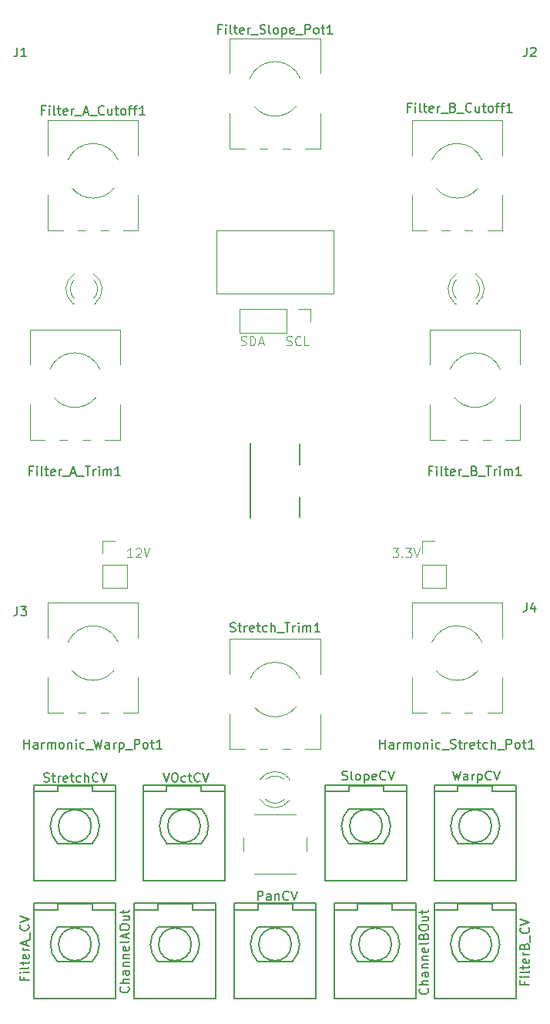
<source format=gbr>
%TF.GenerationSoftware,KiCad,Pcbnew,8.0.7*%
%TF.CreationDate,2025-01-17T12:44:41+00:00*%
%TF.ProjectId,Spectralist_Controls,53706563-7472-4616-9c69-73745f436f6e,rev?*%
%TF.SameCoordinates,Original*%
%TF.FileFunction,Legend,Top*%
%TF.FilePolarity,Positive*%
%FSLAX46Y46*%
G04 Gerber Fmt 4.6, Leading zero omitted, Abs format (unit mm)*
G04 Created by KiCad (PCBNEW 8.0.7) date 2025-01-17 12:44:41*
%MOMM*%
%LPD*%
G01*
G04 APERTURE LIST*
%ADD10C,0.150000*%
%ADD11C,0.100000*%
%ADD12C,0.120000*%
G04 APERTURE END LIST*
D10*
X157666666Y-54454819D02*
X157666666Y-55169104D01*
X157666666Y-55169104D02*
X157619047Y-55311961D01*
X157619047Y-55311961D02*
X157523809Y-55407200D01*
X157523809Y-55407200D02*
X157380952Y-55454819D01*
X157380952Y-55454819D02*
X157285714Y-55454819D01*
X158095238Y-54550057D02*
X158142857Y-54502438D01*
X158142857Y-54502438D02*
X158238095Y-54454819D01*
X158238095Y-54454819D02*
X158476190Y-54454819D01*
X158476190Y-54454819D02*
X158571428Y-54502438D01*
X158571428Y-54502438D02*
X158619047Y-54550057D01*
X158619047Y-54550057D02*
X158666666Y-54645295D01*
X158666666Y-54645295D02*
X158666666Y-54740533D01*
X158666666Y-54740533D02*
X158619047Y-54883390D01*
X158619047Y-54883390D02*
X158047619Y-55454819D01*
X158047619Y-55454819D02*
X158666666Y-55454819D01*
D11*
X142908646Y-109472419D02*
X143527693Y-109472419D01*
X143527693Y-109472419D02*
X143194360Y-109853371D01*
X143194360Y-109853371D02*
X143337217Y-109853371D01*
X143337217Y-109853371D02*
X143432455Y-109900990D01*
X143432455Y-109900990D02*
X143480074Y-109948609D01*
X143480074Y-109948609D02*
X143527693Y-110043847D01*
X143527693Y-110043847D02*
X143527693Y-110281942D01*
X143527693Y-110281942D02*
X143480074Y-110377180D01*
X143480074Y-110377180D02*
X143432455Y-110424800D01*
X143432455Y-110424800D02*
X143337217Y-110472419D01*
X143337217Y-110472419D02*
X143051503Y-110472419D01*
X143051503Y-110472419D02*
X142956265Y-110424800D01*
X142956265Y-110424800D02*
X142908646Y-110377180D01*
X143956265Y-110377180D02*
X144003884Y-110424800D01*
X144003884Y-110424800D02*
X143956265Y-110472419D01*
X143956265Y-110472419D02*
X143908646Y-110424800D01*
X143908646Y-110424800D02*
X143956265Y-110377180D01*
X143956265Y-110377180D02*
X143956265Y-110472419D01*
X144337217Y-109472419D02*
X144956264Y-109472419D01*
X144956264Y-109472419D02*
X144622931Y-109853371D01*
X144622931Y-109853371D02*
X144765788Y-109853371D01*
X144765788Y-109853371D02*
X144861026Y-109900990D01*
X144861026Y-109900990D02*
X144908645Y-109948609D01*
X144908645Y-109948609D02*
X144956264Y-110043847D01*
X144956264Y-110043847D02*
X144956264Y-110281942D01*
X144956264Y-110281942D02*
X144908645Y-110377180D01*
X144908645Y-110377180D02*
X144861026Y-110424800D01*
X144861026Y-110424800D02*
X144765788Y-110472419D01*
X144765788Y-110472419D02*
X144480074Y-110472419D01*
X144480074Y-110472419D02*
X144384836Y-110424800D01*
X144384836Y-110424800D02*
X144337217Y-110377180D01*
X145241979Y-109472419D02*
X145575312Y-110472419D01*
X145575312Y-110472419D02*
X145908645Y-109472419D01*
D10*
X101666666Y-54454819D02*
X101666666Y-55169104D01*
X101666666Y-55169104D02*
X101619047Y-55311961D01*
X101619047Y-55311961D02*
X101523809Y-55407200D01*
X101523809Y-55407200D02*
X101380952Y-55454819D01*
X101380952Y-55454819D02*
X101285714Y-55454819D01*
X102666666Y-55454819D02*
X102095238Y-55454819D01*
X102380952Y-55454819D02*
X102380952Y-54454819D01*
X102380952Y-54454819D02*
X102285714Y-54597676D01*
X102285714Y-54597676D02*
X102190476Y-54692914D01*
X102190476Y-54692914D02*
X102095238Y-54740533D01*
X101666666Y-115854819D02*
X101666666Y-116569104D01*
X101666666Y-116569104D02*
X101619047Y-116711961D01*
X101619047Y-116711961D02*
X101523809Y-116807200D01*
X101523809Y-116807200D02*
X101380952Y-116854819D01*
X101380952Y-116854819D02*
X101285714Y-116854819D01*
X102047619Y-115854819D02*
X102666666Y-115854819D01*
X102666666Y-115854819D02*
X102333333Y-116235771D01*
X102333333Y-116235771D02*
X102476190Y-116235771D01*
X102476190Y-116235771D02*
X102571428Y-116283390D01*
X102571428Y-116283390D02*
X102619047Y-116331009D01*
X102619047Y-116331009D02*
X102666666Y-116426247D01*
X102666666Y-116426247D02*
X102666666Y-116664342D01*
X102666666Y-116664342D02*
X102619047Y-116759580D01*
X102619047Y-116759580D02*
X102571428Y-116807200D01*
X102571428Y-116807200D02*
X102476190Y-116854819D01*
X102476190Y-116854819D02*
X102190476Y-116854819D01*
X102190476Y-116854819D02*
X102095238Y-116807200D01*
X102095238Y-116807200D02*
X102047619Y-116759580D01*
D11*
X114327693Y-110472419D02*
X113756265Y-110472419D01*
X114041979Y-110472419D02*
X114041979Y-109472419D01*
X114041979Y-109472419D02*
X113946741Y-109615276D01*
X113946741Y-109615276D02*
X113851503Y-109710514D01*
X113851503Y-109710514D02*
X113756265Y-109758133D01*
X114708646Y-109567657D02*
X114756265Y-109520038D01*
X114756265Y-109520038D02*
X114851503Y-109472419D01*
X114851503Y-109472419D02*
X115089598Y-109472419D01*
X115089598Y-109472419D02*
X115184836Y-109520038D01*
X115184836Y-109520038D02*
X115232455Y-109567657D01*
X115232455Y-109567657D02*
X115280074Y-109662895D01*
X115280074Y-109662895D02*
X115280074Y-109758133D01*
X115280074Y-109758133D02*
X115232455Y-109900990D01*
X115232455Y-109900990D02*
X114661027Y-110472419D01*
X114661027Y-110472419D02*
X115280074Y-110472419D01*
X115565789Y-109472419D02*
X115899122Y-110472419D01*
X115899122Y-110472419D02*
X116232455Y-109472419D01*
D10*
X157666666Y-115454819D02*
X157666666Y-116169104D01*
X157666666Y-116169104D02*
X157619047Y-116311961D01*
X157619047Y-116311961D02*
X157523809Y-116407200D01*
X157523809Y-116407200D02*
X157380952Y-116454819D01*
X157380952Y-116454819D02*
X157285714Y-116454819D01*
X158571428Y-115788152D02*
X158571428Y-116454819D01*
X158333333Y-115407200D02*
X158095238Y-116121485D01*
X158095238Y-116121485D02*
X158714285Y-116121485D01*
D11*
X126256265Y-87124800D02*
X126399122Y-87172419D01*
X126399122Y-87172419D02*
X126637217Y-87172419D01*
X126637217Y-87172419D02*
X126732455Y-87124800D01*
X126732455Y-87124800D02*
X126780074Y-87077180D01*
X126780074Y-87077180D02*
X126827693Y-86981942D01*
X126827693Y-86981942D02*
X126827693Y-86886704D01*
X126827693Y-86886704D02*
X126780074Y-86791466D01*
X126780074Y-86791466D02*
X126732455Y-86743847D01*
X126732455Y-86743847D02*
X126637217Y-86696228D01*
X126637217Y-86696228D02*
X126446741Y-86648609D01*
X126446741Y-86648609D02*
X126351503Y-86600990D01*
X126351503Y-86600990D02*
X126303884Y-86553371D01*
X126303884Y-86553371D02*
X126256265Y-86458133D01*
X126256265Y-86458133D02*
X126256265Y-86362895D01*
X126256265Y-86362895D02*
X126303884Y-86267657D01*
X126303884Y-86267657D02*
X126351503Y-86220038D01*
X126351503Y-86220038D02*
X126446741Y-86172419D01*
X126446741Y-86172419D02*
X126684836Y-86172419D01*
X126684836Y-86172419D02*
X126827693Y-86220038D01*
X127256265Y-87172419D02*
X127256265Y-86172419D01*
X127256265Y-86172419D02*
X127494360Y-86172419D01*
X127494360Y-86172419D02*
X127637217Y-86220038D01*
X127637217Y-86220038D02*
X127732455Y-86315276D01*
X127732455Y-86315276D02*
X127780074Y-86410514D01*
X127780074Y-86410514D02*
X127827693Y-86600990D01*
X127827693Y-86600990D02*
X127827693Y-86743847D01*
X127827693Y-86743847D02*
X127780074Y-86934323D01*
X127780074Y-86934323D02*
X127732455Y-87029561D01*
X127732455Y-87029561D02*
X127637217Y-87124800D01*
X127637217Y-87124800D02*
X127494360Y-87172419D01*
X127494360Y-87172419D02*
X127256265Y-87172419D01*
X128208646Y-86886704D02*
X128684836Y-86886704D01*
X128113408Y-87172419D02*
X128446741Y-86172419D01*
X128446741Y-86172419D02*
X128780074Y-87172419D01*
X131256265Y-87124800D02*
X131399122Y-87172419D01*
X131399122Y-87172419D02*
X131637217Y-87172419D01*
X131637217Y-87172419D02*
X131732455Y-87124800D01*
X131732455Y-87124800D02*
X131780074Y-87077180D01*
X131780074Y-87077180D02*
X131827693Y-86981942D01*
X131827693Y-86981942D02*
X131827693Y-86886704D01*
X131827693Y-86886704D02*
X131780074Y-86791466D01*
X131780074Y-86791466D02*
X131732455Y-86743847D01*
X131732455Y-86743847D02*
X131637217Y-86696228D01*
X131637217Y-86696228D02*
X131446741Y-86648609D01*
X131446741Y-86648609D02*
X131351503Y-86600990D01*
X131351503Y-86600990D02*
X131303884Y-86553371D01*
X131303884Y-86553371D02*
X131256265Y-86458133D01*
X131256265Y-86458133D02*
X131256265Y-86362895D01*
X131256265Y-86362895D02*
X131303884Y-86267657D01*
X131303884Y-86267657D02*
X131351503Y-86220038D01*
X131351503Y-86220038D02*
X131446741Y-86172419D01*
X131446741Y-86172419D02*
X131684836Y-86172419D01*
X131684836Y-86172419D02*
X131827693Y-86220038D01*
X132827693Y-87077180D02*
X132780074Y-87124800D01*
X132780074Y-87124800D02*
X132637217Y-87172419D01*
X132637217Y-87172419D02*
X132541979Y-87172419D01*
X132541979Y-87172419D02*
X132399122Y-87124800D01*
X132399122Y-87124800D02*
X132303884Y-87029561D01*
X132303884Y-87029561D02*
X132256265Y-86934323D01*
X132256265Y-86934323D02*
X132208646Y-86743847D01*
X132208646Y-86743847D02*
X132208646Y-86600990D01*
X132208646Y-86600990D02*
X132256265Y-86410514D01*
X132256265Y-86410514D02*
X132303884Y-86315276D01*
X132303884Y-86315276D02*
X132399122Y-86220038D01*
X132399122Y-86220038D02*
X132541979Y-86172419D01*
X132541979Y-86172419D02*
X132637217Y-86172419D01*
X132637217Y-86172419D02*
X132780074Y-86220038D01*
X132780074Y-86220038D02*
X132827693Y-86267657D01*
X133732455Y-87172419D02*
X133256265Y-87172419D01*
X133256265Y-87172419D02*
X133256265Y-86172419D01*
D10*
X104690474Y-61331009D02*
X104357141Y-61331009D01*
X104357141Y-61854819D02*
X104357141Y-60854819D01*
X104357141Y-60854819D02*
X104833331Y-60854819D01*
X105214284Y-61854819D02*
X105214284Y-61188152D01*
X105214284Y-60854819D02*
X105166665Y-60902438D01*
X105166665Y-60902438D02*
X105214284Y-60950057D01*
X105214284Y-60950057D02*
X105261903Y-60902438D01*
X105261903Y-60902438D02*
X105214284Y-60854819D01*
X105214284Y-60854819D02*
X105214284Y-60950057D01*
X105833331Y-61854819D02*
X105738093Y-61807200D01*
X105738093Y-61807200D02*
X105690474Y-61711961D01*
X105690474Y-61711961D02*
X105690474Y-60854819D01*
X106071427Y-61188152D02*
X106452379Y-61188152D01*
X106214284Y-60854819D02*
X106214284Y-61711961D01*
X106214284Y-61711961D02*
X106261903Y-61807200D01*
X106261903Y-61807200D02*
X106357141Y-61854819D01*
X106357141Y-61854819D02*
X106452379Y-61854819D01*
X107166665Y-61807200D02*
X107071427Y-61854819D01*
X107071427Y-61854819D02*
X106880951Y-61854819D01*
X106880951Y-61854819D02*
X106785713Y-61807200D01*
X106785713Y-61807200D02*
X106738094Y-61711961D01*
X106738094Y-61711961D02*
X106738094Y-61331009D01*
X106738094Y-61331009D02*
X106785713Y-61235771D01*
X106785713Y-61235771D02*
X106880951Y-61188152D01*
X106880951Y-61188152D02*
X107071427Y-61188152D01*
X107071427Y-61188152D02*
X107166665Y-61235771D01*
X107166665Y-61235771D02*
X107214284Y-61331009D01*
X107214284Y-61331009D02*
X107214284Y-61426247D01*
X107214284Y-61426247D02*
X106738094Y-61521485D01*
X107642856Y-61854819D02*
X107642856Y-61188152D01*
X107642856Y-61378628D02*
X107690475Y-61283390D01*
X107690475Y-61283390D02*
X107738094Y-61235771D01*
X107738094Y-61235771D02*
X107833332Y-61188152D01*
X107833332Y-61188152D02*
X107928570Y-61188152D01*
X108023809Y-61950057D02*
X108785713Y-61950057D01*
X108976190Y-61569104D02*
X109452380Y-61569104D01*
X108880952Y-61854819D02*
X109214285Y-60854819D01*
X109214285Y-60854819D02*
X109547618Y-61854819D01*
X109642857Y-61950057D02*
X110404761Y-61950057D01*
X111214285Y-61759580D02*
X111166666Y-61807200D01*
X111166666Y-61807200D02*
X111023809Y-61854819D01*
X111023809Y-61854819D02*
X110928571Y-61854819D01*
X110928571Y-61854819D02*
X110785714Y-61807200D01*
X110785714Y-61807200D02*
X110690476Y-61711961D01*
X110690476Y-61711961D02*
X110642857Y-61616723D01*
X110642857Y-61616723D02*
X110595238Y-61426247D01*
X110595238Y-61426247D02*
X110595238Y-61283390D01*
X110595238Y-61283390D02*
X110642857Y-61092914D01*
X110642857Y-61092914D02*
X110690476Y-60997676D01*
X110690476Y-60997676D02*
X110785714Y-60902438D01*
X110785714Y-60902438D02*
X110928571Y-60854819D01*
X110928571Y-60854819D02*
X111023809Y-60854819D01*
X111023809Y-60854819D02*
X111166666Y-60902438D01*
X111166666Y-60902438D02*
X111214285Y-60950057D01*
X112071428Y-61188152D02*
X112071428Y-61854819D01*
X111642857Y-61188152D02*
X111642857Y-61711961D01*
X111642857Y-61711961D02*
X111690476Y-61807200D01*
X111690476Y-61807200D02*
X111785714Y-61854819D01*
X111785714Y-61854819D02*
X111928571Y-61854819D01*
X111928571Y-61854819D02*
X112023809Y-61807200D01*
X112023809Y-61807200D02*
X112071428Y-61759580D01*
X112404762Y-61188152D02*
X112785714Y-61188152D01*
X112547619Y-60854819D02*
X112547619Y-61711961D01*
X112547619Y-61711961D02*
X112595238Y-61807200D01*
X112595238Y-61807200D02*
X112690476Y-61854819D01*
X112690476Y-61854819D02*
X112785714Y-61854819D01*
X113261905Y-61854819D02*
X113166667Y-61807200D01*
X113166667Y-61807200D02*
X113119048Y-61759580D01*
X113119048Y-61759580D02*
X113071429Y-61664342D01*
X113071429Y-61664342D02*
X113071429Y-61378628D01*
X113071429Y-61378628D02*
X113119048Y-61283390D01*
X113119048Y-61283390D02*
X113166667Y-61235771D01*
X113166667Y-61235771D02*
X113261905Y-61188152D01*
X113261905Y-61188152D02*
X113404762Y-61188152D01*
X113404762Y-61188152D02*
X113500000Y-61235771D01*
X113500000Y-61235771D02*
X113547619Y-61283390D01*
X113547619Y-61283390D02*
X113595238Y-61378628D01*
X113595238Y-61378628D02*
X113595238Y-61664342D01*
X113595238Y-61664342D02*
X113547619Y-61759580D01*
X113547619Y-61759580D02*
X113500000Y-61807200D01*
X113500000Y-61807200D02*
X113404762Y-61854819D01*
X113404762Y-61854819D02*
X113261905Y-61854819D01*
X113880953Y-61188152D02*
X114261905Y-61188152D01*
X114023810Y-61854819D02*
X114023810Y-60997676D01*
X114023810Y-60997676D02*
X114071429Y-60902438D01*
X114071429Y-60902438D02*
X114166667Y-60854819D01*
X114166667Y-60854819D02*
X114261905Y-60854819D01*
X114452382Y-61188152D02*
X114833334Y-61188152D01*
X114595239Y-61854819D02*
X114595239Y-60997676D01*
X114595239Y-60997676D02*
X114642858Y-60902438D01*
X114642858Y-60902438D02*
X114738096Y-60854819D01*
X114738096Y-60854819D02*
X114833334Y-60854819D01*
X115690477Y-61854819D02*
X115119049Y-61854819D01*
X115404763Y-61854819D02*
X115404763Y-60854819D01*
X115404763Y-60854819D02*
X115309525Y-60997676D01*
X115309525Y-60997676D02*
X115214287Y-61092914D01*
X115214287Y-61092914D02*
X115119049Y-61140533D01*
X124071427Y-52431009D02*
X123738094Y-52431009D01*
X123738094Y-52954819D02*
X123738094Y-51954819D01*
X123738094Y-51954819D02*
X124214284Y-51954819D01*
X124595237Y-52954819D02*
X124595237Y-52288152D01*
X124595237Y-51954819D02*
X124547618Y-52002438D01*
X124547618Y-52002438D02*
X124595237Y-52050057D01*
X124595237Y-52050057D02*
X124642856Y-52002438D01*
X124642856Y-52002438D02*
X124595237Y-51954819D01*
X124595237Y-51954819D02*
X124595237Y-52050057D01*
X125214284Y-52954819D02*
X125119046Y-52907200D01*
X125119046Y-52907200D02*
X125071427Y-52811961D01*
X125071427Y-52811961D02*
X125071427Y-51954819D01*
X125452380Y-52288152D02*
X125833332Y-52288152D01*
X125595237Y-51954819D02*
X125595237Y-52811961D01*
X125595237Y-52811961D02*
X125642856Y-52907200D01*
X125642856Y-52907200D02*
X125738094Y-52954819D01*
X125738094Y-52954819D02*
X125833332Y-52954819D01*
X126547618Y-52907200D02*
X126452380Y-52954819D01*
X126452380Y-52954819D02*
X126261904Y-52954819D01*
X126261904Y-52954819D02*
X126166666Y-52907200D01*
X126166666Y-52907200D02*
X126119047Y-52811961D01*
X126119047Y-52811961D02*
X126119047Y-52431009D01*
X126119047Y-52431009D02*
X126166666Y-52335771D01*
X126166666Y-52335771D02*
X126261904Y-52288152D01*
X126261904Y-52288152D02*
X126452380Y-52288152D01*
X126452380Y-52288152D02*
X126547618Y-52335771D01*
X126547618Y-52335771D02*
X126595237Y-52431009D01*
X126595237Y-52431009D02*
X126595237Y-52526247D01*
X126595237Y-52526247D02*
X126119047Y-52621485D01*
X127023809Y-52954819D02*
X127023809Y-52288152D01*
X127023809Y-52478628D02*
X127071428Y-52383390D01*
X127071428Y-52383390D02*
X127119047Y-52335771D01*
X127119047Y-52335771D02*
X127214285Y-52288152D01*
X127214285Y-52288152D02*
X127309523Y-52288152D01*
X127404762Y-53050057D02*
X128166666Y-53050057D01*
X128357143Y-52907200D02*
X128500000Y-52954819D01*
X128500000Y-52954819D02*
X128738095Y-52954819D01*
X128738095Y-52954819D02*
X128833333Y-52907200D01*
X128833333Y-52907200D02*
X128880952Y-52859580D01*
X128880952Y-52859580D02*
X128928571Y-52764342D01*
X128928571Y-52764342D02*
X128928571Y-52669104D01*
X128928571Y-52669104D02*
X128880952Y-52573866D01*
X128880952Y-52573866D02*
X128833333Y-52526247D01*
X128833333Y-52526247D02*
X128738095Y-52478628D01*
X128738095Y-52478628D02*
X128547619Y-52431009D01*
X128547619Y-52431009D02*
X128452381Y-52383390D01*
X128452381Y-52383390D02*
X128404762Y-52335771D01*
X128404762Y-52335771D02*
X128357143Y-52240533D01*
X128357143Y-52240533D02*
X128357143Y-52145295D01*
X128357143Y-52145295D02*
X128404762Y-52050057D01*
X128404762Y-52050057D02*
X128452381Y-52002438D01*
X128452381Y-52002438D02*
X128547619Y-51954819D01*
X128547619Y-51954819D02*
X128785714Y-51954819D01*
X128785714Y-51954819D02*
X128928571Y-52002438D01*
X129500000Y-52954819D02*
X129404762Y-52907200D01*
X129404762Y-52907200D02*
X129357143Y-52811961D01*
X129357143Y-52811961D02*
X129357143Y-51954819D01*
X130023810Y-52954819D02*
X129928572Y-52907200D01*
X129928572Y-52907200D02*
X129880953Y-52859580D01*
X129880953Y-52859580D02*
X129833334Y-52764342D01*
X129833334Y-52764342D02*
X129833334Y-52478628D01*
X129833334Y-52478628D02*
X129880953Y-52383390D01*
X129880953Y-52383390D02*
X129928572Y-52335771D01*
X129928572Y-52335771D02*
X130023810Y-52288152D01*
X130023810Y-52288152D02*
X130166667Y-52288152D01*
X130166667Y-52288152D02*
X130261905Y-52335771D01*
X130261905Y-52335771D02*
X130309524Y-52383390D01*
X130309524Y-52383390D02*
X130357143Y-52478628D01*
X130357143Y-52478628D02*
X130357143Y-52764342D01*
X130357143Y-52764342D02*
X130309524Y-52859580D01*
X130309524Y-52859580D02*
X130261905Y-52907200D01*
X130261905Y-52907200D02*
X130166667Y-52954819D01*
X130166667Y-52954819D02*
X130023810Y-52954819D01*
X130785715Y-52288152D02*
X130785715Y-53288152D01*
X130785715Y-52335771D02*
X130880953Y-52288152D01*
X130880953Y-52288152D02*
X131071429Y-52288152D01*
X131071429Y-52288152D02*
X131166667Y-52335771D01*
X131166667Y-52335771D02*
X131214286Y-52383390D01*
X131214286Y-52383390D02*
X131261905Y-52478628D01*
X131261905Y-52478628D02*
X131261905Y-52764342D01*
X131261905Y-52764342D02*
X131214286Y-52859580D01*
X131214286Y-52859580D02*
X131166667Y-52907200D01*
X131166667Y-52907200D02*
X131071429Y-52954819D01*
X131071429Y-52954819D02*
X130880953Y-52954819D01*
X130880953Y-52954819D02*
X130785715Y-52907200D01*
X132071429Y-52907200D02*
X131976191Y-52954819D01*
X131976191Y-52954819D02*
X131785715Y-52954819D01*
X131785715Y-52954819D02*
X131690477Y-52907200D01*
X131690477Y-52907200D02*
X131642858Y-52811961D01*
X131642858Y-52811961D02*
X131642858Y-52431009D01*
X131642858Y-52431009D02*
X131690477Y-52335771D01*
X131690477Y-52335771D02*
X131785715Y-52288152D01*
X131785715Y-52288152D02*
X131976191Y-52288152D01*
X131976191Y-52288152D02*
X132071429Y-52335771D01*
X132071429Y-52335771D02*
X132119048Y-52431009D01*
X132119048Y-52431009D02*
X132119048Y-52526247D01*
X132119048Y-52526247D02*
X131642858Y-52621485D01*
X132309525Y-53050057D02*
X133071429Y-53050057D01*
X133309525Y-52954819D02*
X133309525Y-51954819D01*
X133309525Y-51954819D02*
X133690477Y-51954819D01*
X133690477Y-51954819D02*
X133785715Y-52002438D01*
X133785715Y-52002438D02*
X133833334Y-52050057D01*
X133833334Y-52050057D02*
X133880953Y-52145295D01*
X133880953Y-52145295D02*
X133880953Y-52288152D01*
X133880953Y-52288152D02*
X133833334Y-52383390D01*
X133833334Y-52383390D02*
X133785715Y-52431009D01*
X133785715Y-52431009D02*
X133690477Y-52478628D01*
X133690477Y-52478628D02*
X133309525Y-52478628D01*
X134452382Y-52954819D02*
X134357144Y-52907200D01*
X134357144Y-52907200D02*
X134309525Y-52859580D01*
X134309525Y-52859580D02*
X134261906Y-52764342D01*
X134261906Y-52764342D02*
X134261906Y-52478628D01*
X134261906Y-52478628D02*
X134309525Y-52383390D01*
X134309525Y-52383390D02*
X134357144Y-52335771D01*
X134357144Y-52335771D02*
X134452382Y-52288152D01*
X134452382Y-52288152D02*
X134595239Y-52288152D01*
X134595239Y-52288152D02*
X134690477Y-52335771D01*
X134690477Y-52335771D02*
X134738096Y-52383390D01*
X134738096Y-52383390D02*
X134785715Y-52478628D01*
X134785715Y-52478628D02*
X134785715Y-52764342D01*
X134785715Y-52764342D02*
X134738096Y-52859580D01*
X134738096Y-52859580D02*
X134690477Y-52907200D01*
X134690477Y-52907200D02*
X134595239Y-52954819D01*
X134595239Y-52954819D02*
X134452382Y-52954819D01*
X135071430Y-52288152D02*
X135452382Y-52288152D01*
X135214287Y-51954819D02*
X135214287Y-52811961D01*
X135214287Y-52811961D02*
X135261906Y-52907200D01*
X135261906Y-52907200D02*
X135357144Y-52954819D01*
X135357144Y-52954819D02*
X135452382Y-52954819D01*
X136309525Y-52954819D02*
X135738097Y-52954819D01*
X136023811Y-52954819D02*
X136023811Y-51954819D01*
X136023811Y-51954819D02*
X135928573Y-52097676D01*
X135928573Y-52097676D02*
X135833335Y-52192914D01*
X135833335Y-52192914D02*
X135738097Y-52240533D01*
X146759580Y-157852381D02*
X146807200Y-157900000D01*
X146807200Y-157900000D02*
X146854819Y-158042857D01*
X146854819Y-158042857D02*
X146854819Y-158138095D01*
X146854819Y-158138095D02*
X146807200Y-158280952D01*
X146807200Y-158280952D02*
X146711961Y-158376190D01*
X146711961Y-158376190D02*
X146616723Y-158423809D01*
X146616723Y-158423809D02*
X146426247Y-158471428D01*
X146426247Y-158471428D02*
X146283390Y-158471428D01*
X146283390Y-158471428D02*
X146092914Y-158423809D01*
X146092914Y-158423809D02*
X145997676Y-158376190D01*
X145997676Y-158376190D02*
X145902438Y-158280952D01*
X145902438Y-158280952D02*
X145854819Y-158138095D01*
X145854819Y-158138095D02*
X145854819Y-158042857D01*
X145854819Y-158042857D02*
X145902438Y-157900000D01*
X145902438Y-157900000D02*
X145950057Y-157852381D01*
X146854819Y-157423809D02*
X145854819Y-157423809D01*
X146854819Y-156995238D02*
X146331009Y-156995238D01*
X146331009Y-156995238D02*
X146235771Y-157042857D01*
X146235771Y-157042857D02*
X146188152Y-157138095D01*
X146188152Y-157138095D02*
X146188152Y-157280952D01*
X146188152Y-157280952D02*
X146235771Y-157376190D01*
X146235771Y-157376190D02*
X146283390Y-157423809D01*
X146854819Y-156090476D02*
X146331009Y-156090476D01*
X146331009Y-156090476D02*
X146235771Y-156138095D01*
X146235771Y-156138095D02*
X146188152Y-156233333D01*
X146188152Y-156233333D02*
X146188152Y-156423809D01*
X146188152Y-156423809D02*
X146235771Y-156519047D01*
X146807200Y-156090476D02*
X146854819Y-156185714D01*
X146854819Y-156185714D02*
X146854819Y-156423809D01*
X146854819Y-156423809D02*
X146807200Y-156519047D01*
X146807200Y-156519047D02*
X146711961Y-156566666D01*
X146711961Y-156566666D02*
X146616723Y-156566666D01*
X146616723Y-156566666D02*
X146521485Y-156519047D01*
X146521485Y-156519047D02*
X146473866Y-156423809D01*
X146473866Y-156423809D02*
X146473866Y-156185714D01*
X146473866Y-156185714D02*
X146426247Y-156090476D01*
X146188152Y-155614285D02*
X146854819Y-155614285D01*
X146283390Y-155614285D02*
X146235771Y-155566666D01*
X146235771Y-155566666D02*
X146188152Y-155471428D01*
X146188152Y-155471428D02*
X146188152Y-155328571D01*
X146188152Y-155328571D02*
X146235771Y-155233333D01*
X146235771Y-155233333D02*
X146331009Y-155185714D01*
X146331009Y-155185714D02*
X146854819Y-155185714D01*
X146188152Y-154709523D02*
X146854819Y-154709523D01*
X146283390Y-154709523D02*
X146235771Y-154661904D01*
X146235771Y-154661904D02*
X146188152Y-154566666D01*
X146188152Y-154566666D02*
X146188152Y-154423809D01*
X146188152Y-154423809D02*
X146235771Y-154328571D01*
X146235771Y-154328571D02*
X146331009Y-154280952D01*
X146331009Y-154280952D02*
X146854819Y-154280952D01*
X146807200Y-153423809D02*
X146854819Y-153519047D01*
X146854819Y-153519047D02*
X146854819Y-153709523D01*
X146854819Y-153709523D02*
X146807200Y-153804761D01*
X146807200Y-153804761D02*
X146711961Y-153852380D01*
X146711961Y-153852380D02*
X146331009Y-153852380D01*
X146331009Y-153852380D02*
X146235771Y-153804761D01*
X146235771Y-153804761D02*
X146188152Y-153709523D01*
X146188152Y-153709523D02*
X146188152Y-153519047D01*
X146188152Y-153519047D02*
X146235771Y-153423809D01*
X146235771Y-153423809D02*
X146331009Y-153376190D01*
X146331009Y-153376190D02*
X146426247Y-153376190D01*
X146426247Y-153376190D02*
X146521485Y-153852380D01*
X146854819Y-152804761D02*
X146807200Y-152899999D01*
X146807200Y-152899999D02*
X146711961Y-152947618D01*
X146711961Y-152947618D02*
X145854819Y-152947618D01*
X146331009Y-152090475D02*
X146378628Y-151947618D01*
X146378628Y-151947618D02*
X146426247Y-151899999D01*
X146426247Y-151899999D02*
X146521485Y-151852380D01*
X146521485Y-151852380D02*
X146664342Y-151852380D01*
X146664342Y-151852380D02*
X146759580Y-151899999D01*
X146759580Y-151899999D02*
X146807200Y-151947618D01*
X146807200Y-151947618D02*
X146854819Y-152042856D01*
X146854819Y-152042856D02*
X146854819Y-152423808D01*
X146854819Y-152423808D02*
X145854819Y-152423808D01*
X145854819Y-152423808D02*
X145854819Y-152090475D01*
X145854819Y-152090475D02*
X145902438Y-151995237D01*
X145902438Y-151995237D02*
X145950057Y-151947618D01*
X145950057Y-151947618D02*
X146045295Y-151899999D01*
X146045295Y-151899999D02*
X146140533Y-151899999D01*
X146140533Y-151899999D02*
X146235771Y-151947618D01*
X146235771Y-151947618D02*
X146283390Y-151995237D01*
X146283390Y-151995237D02*
X146331009Y-152090475D01*
X146331009Y-152090475D02*
X146331009Y-152423808D01*
X145854819Y-151233332D02*
X145854819Y-151042856D01*
X145854819Y-151042856D02*
X145902438Y-150947618D01*
X145902438Y-150947618D02*
X145997676Y-150852380D01*
X145997676Y-150852380D02*
X146188152Y-150804761D01*
X146188152Y-150804761D02*
X146521485Y-150804761D01*
X146521485Y-150804761D02*
X146711961Y-150852380D01*
X146711961Y-150852380D02*
X146807200Y-150947618D01*
X146807200Y-150947618D02*
X146854819Y-151042856D01*
X146854819Y-151042856D02*
X146854819Y-151233332D01*
X146854819Y-151233332D02*
X146807200Y-151328570D01*
X146807200Y-151328570D02*
X146711961Y-151423808D01*
X146711961Y-151423808D02*
X146521485Y-151471427D01*
X146521485Y-151471427D02*
X146188152Y-151471427D01*
X146188152Y-151471427D02*
X145997676Y-151423808D01*
X145997676Y-151423808D02*
X145902438Y-151328570D01*
X145902438Y-151328570D02*
X145854819Y-151233332D01*
X146188152Y-149947618D02*
X146854819Y-149947618D01*
X146188152Y-150376189D02*
X146711961Y-150376189D01*
X146711961Y-150376189D02*
X146807200Y-150328570D01*
X146807200Y-150328570D02*
X146854819Y-150233332D01*
X146854819Y-150233332D02*
X146854819Y-150090475D01*
X146854819Y-150090475D02*
X146807200Y-149995237D01*
X146807200Y-149995237D02*
X146759580Y-149947618D01*
X146188152Y-149614284D02*
X146188152Y-149233332D01*
X145854819Y-149471427D02*
X146711961Y-149471427D01*
X146711961Y-149471427D02*
X146807200Y-149423808D01*
X146807200Y-149423808D02*
X146854819Y-149328570D01*
X146854819Y-149328570D02*
X146854819Y-149233332D01*
X125071428Y-118607200D02*
X125214285Y-118654819D01*
X125214285Y-118654819D02*
X125452380Y-118654819D01*
X125452380Y-118654819D02*
X125547618Y-118607200D01*
X125547618Y-118607200D02*
X125595237Y-118559580D01*
X125595237Y-118559580D02*
X125642856Y-118464342D01*
X125642856Y-118464342D02*
X125642856Y-118369104D01*
X125642856Y-118369104D02*
X125595237Y-118273866D01*
X125595237Y-118273866D02*
X125547618Y-118226247D01*
X125547618Y-118226247D02*
X125452380Y-118178628D01*
X125452380Y-118178628D02*
X125261904Y-118131009D01*
X125261904Y-118131009D02*
X125166666Y-118083390D01*
X125166666Y-118083390D02*
X125119047Y-118035771D01*
X125119047Y-118035771D02*
X125071428Y-117940533D01*
X125071428Y-117940533D02*
X125071428Y-117845295D01*
X125071428Y-117845295D02*
X125119047Y-117750057D01*
X125119047Y-117750057D02*
X125166666Y-117702438D01*
X125166666Y-117702438D02*
X125261904Y-117654819D01*
X125261904Y-117654819D02*
X125499999Y-117654819D01*
X125499999Y-117654819D02*
X125642856Y-117702438D01*
X125928571Y-117988152D02*
X126309523Y-117988152D01*
X126071428Y-117654819D02*
X126071428Y-118511961D01*
X126071428Y-118511961D02*
X126119047Y-118607200D01*
X126119047Y-118607200D02*
X126214285Y-118654819D01*
X126214285Y-118654819D02*
X126309523Y-118654819D01*
X126642857Y-118654819D02*
X126642857Y-117988152D01*
X126642857Y-118178628D02*
X126690476Y-118083390D01*
X126690476Y-118083390D02*
X126738095Y-118035771D01*
X126738095Y-118035771D02*
X126833333Y-117988152D01*
X126833333Y-117988152D02*
X126928571Y-117988152D01*
X127642857Y-118607200D02*
X127547619Y-118654819D01*
X127547619Y-118654819D02*
X127357143Y-118654819D01*
X127357143Y-118654819D02*
X127261905Y-118607200D01*
X127261905Y-118607200D02*
X127214286Y-118511961D01*
X127214286Y-118511961D02*
X127214286Y-118131009D01*
X127214286Y-118131009D02*
X127261905Y-118035771D01*
X127261905Y-118035771D02*
X127357143Y-117988152D01*
X127357143Y-117988152D02*
X127547619Y-117988152D01*
X127547619Y-117988152D02*
X127642857Y-118035771D01*
X127642857Y-118035771D02*
X127690476Y-118131009D01*
X127690476Y-118131009D02*
X127690476Y-118226247D01*
X127690476Y-118226247D02*
X127214286Y-118321485D01*
X127976191Y-117988152D02*
X128357143Y-117988152D01*
X128119048Y-117654819D02*
X128119048Y-118511961D01*
X128119048Y-118511961D02*
X128166667Y-118607200D01*
X128166667Y-118607200D02*
X128261905Y-118654819D01*
X128261905Y-118654819D02*
X128357143Y-118654819D01*
X129119048Y-118607200D02*
X129023810Y-118654819D01*
X129023810Y-118654819D02*
X128833334Y-118654819D01*
X128833334Y-118654819D02*
X128738096Y-118607200D01*
X128738096Y-118607200D02*
X128690477Y-118559580D01*
X128690477Y-118559580D02*
X128642858Y-118464342D01*
X128642858Y-118464342D02*
X128642858Y-118178628D01*
X128642858Y-118178628D02*
X128690477Y-118083390D01*
X128690477Y-118083390D02*
X128738096Y-118035771D01*
X128738096Y-118035771D02*
X128833334Y-117988152D01*
X128833334Y-117988152D02*
X129023810Y-117988152D01*
X129023810Y-117988152D02*
X129119048Y-118035771D01*
X129547620Y-118654819D02*
X129547620Y-117654819D01*
X129976191Y-118654819D02*
X129976191Y-118131009D01*
X129976191Y-118131009D02*
X129928572Y-118035771D01*
X129928572Y-118035771D02*
X129833334Y-117988152D01*
X129833334Y-117988152D02*
X129690477Y-117988152D01*
X129690477Y-117988152D02*
X129595239Y-118035771D01*
X129595239Y-118035771D02*
X129547620Y-118083390D01*
X130214287Y-118750057D02*
X130976191Y-118750057D01*
X131071430Y-117654819D02*
X131642858Y-117654819D01*
X131357144Y-118654819D02*
X131357144Y-117654819D01*
X131976192Y-118654819D02*
X131976192Y-117988152D01*
X131976192Y-118178628D02*
X132023811Y-118083390D01*
X132023811Y-118083390D02*
X132071430Y-118035771D01*
X132071430Y-118035771D02*
X132166668Y-117988152D01*
X132166668Y-117988152D02*
X132261906Y-117988152D01*
X132595240Y-118654819D02*
X132595240Y-117988152D01*
X132595240Y-117654819D02*
X132547621Y-117702438D01*
X132547621Y-117702438D02*
X132595240Y-117750057D01*
X132595240Y-117750057D02*
X132642859Y-117702438D01*
X132642859Y-117702438D02*
X132595240Y-117654819D01*
X132595240Y-117654819D02*
X132595240Y-117750057D01*
X133071430Y-118654819D02*
X133071430Y-117988152D01*
X133071430Y-118083390D02*
X133119049Y-118035771D01*
X133119049Y-118035771D02*
X133214287Y-117988152D01*
X133214287Y-117988152D02*
X133357144Y-117988152D01*
X133357144Y-117988152D02*
X133452382Y-118035771D01*
X133452382Y-118035771D02*
X133500001Y-118131009D01*
X133500001Y-118131009D02*
X133500001Y-118654819D01*
X133500001Y-118131009D02*
X133547620Y-118035771D01*
X133547620Y-118035771D02*
X133642858Y-117988152D01*
X133642858Y-117988152D02*
X133785715Y-117988152D01*
X133785715Y-117988152D02*
X133880954Y-118035771D01*
X133880954Y-118035771D02*
X133928573Y-118131009D01*
X133928573Y-118131009D02*
X133928573Y-118654819D01*
X134928572Y-118654819D02*
X134357144Y-118654819D01*
X134642858Y-118654819D02*
X134642858Y-117654819D01*
X134642858Y-117654819D02*
X134547620Y-117797676D01*
X134547620Y-117797676D02*
X134452382Y-117892914D01*
X134452382Y-117892914D02*
X134357144Y-117940533D01*
X102431009Y-156619048D02*
X102431009Y-156952381D01*
X102954819Y-156952381D02*
X101954819Y-156952381D01*
X101954819Y-156952381D02*
X101954819Y-156476191D01*
X102954819Y-156095238D02*
X102288152Y-156095238D01*
X101954819Y-156095238D02*
X102002438Y-156142857D01*
X102002438Y-156142857D02*
X102050057Y-156095238D01*
X102050057Y-156095238D02*
X102002438Y-156047619D01*
X102002438Y-156047619D02*
X101954819Y-156095238D01*
X101954819Y-156095238D02*
X102050057Y-156095238D01*
X102954819Y-155476191D02*
X102907200Y-155571429D01*
X102907200Y-155571429D02*
X102811961Y-155619048D01*
X102811961Y-155619048D02*
X101954819Y-155619048D01*
X102288152Y-155238095D02*
X102288152Y-154857143D01*
X101954819Y-155095238D02*
X102811961Y-155095238D01*
X102811961Y-155095238D02*
X102907200Y-155047619D01*
X102907200Y-155047619D02*
X102954819Y-154952381D01*
X102954819Y-154952381D02*
X102954819Y-154857143D01*
X102907200Y-154142857D02*
X102954819Y-154238095D01*
X102954819Y-154238095D02*
X102954819Y-154428571D01*
X102954819Y-154428571D02*
X102907200Y-154523809D01*
X102907200Y-154523809D02*
X102811961Y-154571428D01*
X102811961Y-154571428D02*
X102431009Y-154571428D01*
X102431009Y-154571428D02*
X102335771Y-154523809D01*
X102335771Y-154523809D02*
X102288152Y-154428571D01*
X102288152Y-154428571D02*
X102288152Y-154238095D01*
X102288152Y-154238095D02*
X102335771Y-154142857D01*
X102335771Y-154142857D02*
X102431009Y-154095238D01*
X102431009Y-154095238D02*
X102526247Y-154095238D01*
X102526247Y-154095238D02*
X102621485Y-154571428D01*
X102954819Y-153666666D02*
X102288152Y-153666666D01*
X102478628Y-153666666D02*
X102383390Y-153619047D01*
X102383390Y-153619047D02*
X102335771Y-153571428D01*
X102335771Y-153571428D02*
X102288152Y-153476190D01*
X102288152Y-153476190D02*
X102288152Y-153380952D01*
X102669104Y-153095237D02*
X102669104Y-152619047D01*
X102954819Y-153190475D02*
X101954819Y-152857142D01*
X101954819Y-152857142D02*
X102954819Y-152523809D01*
X103050057Y-152428571D02*
X103050057Y-151666666D01*
X102859580Y-150857142D02*
X102907200Y-150904761D01*
X102907200Y-150904761D02*
X102954819Y-151047618D01*
X102954819Y-151047618D02*
X102954819Y-151142856D01*
X102954819Y-151142856D02*
X102907200Y-151285713D01*
X102907200Y-151285713D02*
X102811961Y-151380951D01*
X102811961Y-151380951D02*
X102716723Y-151428570D01*
X102716723Y-151428570D02*
X102526247Y-151476189D01*
X102526247Y-151476189D02*
X102383390Y-151476189D01*
X102383390Y-151476189D02*
X102192914Y-151428570D01*
X102192914Y-151428570D02*
X102097676Y-151380951D01*
X102097676Y-151380951D02*
X102002438Y-151285713D01*
X102002438Y-151285713D02*
X101954819Y-151142856D01*
X101954819Y-151142856D02*
X101954819Y-151047618D01*
X101954819Y-151047618D02*
X102002438Y-150904761D01*
X102002438Y-150904761D02*
X102050057Y-150857142D01*
X101954819Y-150571427D02*
X102954819Y-150238094D01*
X102954819Y-150238094D02*
X101954819Y-149904761D01*
X137390476Y-134907200D02*
X137533333Y-134954819D01*
X137533333Y-134954819D02*
X137771428Y-134954819D01*
X137771428Y-134954819D02*
X137866666Y-134907200D01*
X137866666Y-134907200D02*
X137914285Y-134859580D01*
X137914285Y-134859580D02*
X137961904Y-134764342D01*
X137961904Y-134764342D02*
X137961904Y-134669104D01*
X137961904Y-134669104D02*
X137914285Y-134573866D01*
X137914285Y-134573866D02*
X137866666Y-134526247D01*
X137866666Y-134526247D02*
X137771428Y-134478628D01*
X137771428Y-134478628D02*
X137580952Y-134431009D01*
X137580952Y-134431009D02*
X137485714Y-134383390D01*
X137485714Y-134383390D02*
X137438095Y-134335771D01*
X137438095Y-134335771D02*
X137390476Y-134240533D01*
X137390476Y-134240533D02*
X137390476Y-134145295D01*
X137390476Y-134145295D02*
X137438095Y-134050057D01*
X137438095Y-134050057D02*
X137485714Y-134002438D01*
X137485714Y-134002438D02*
X137580952Y-133954819D01*
X137580952Y-133954819D02*
X137819047Y-133954819D01*
X137819047Y-133954819D02*
X137961904Y-134002438D01*
X138533333Y-134954819D02*
X138438095Y-134907200D01*
X138438095Y-134907200D02*
X138390476Y-134811961D01*
X138390476Y-134811961D02*
X138390476Y-133954819D01*
X139057143Y-134954819D02*
X138961905Y-134907200D01*
X138961905Y-134907200D02*
X138914286Y-134859580D01*
X138914286Y-134859580D02*
X138866667Y-134764342D01*
X138866667Y-134764342D02*
X138866667Y-134478628D01*
X138866667Y-134478628D02*
X138914286Y-134383390D01*
X138914286Y-134383390D02*
X138961905Y-134335771D01*
X138961905Y-134335771D02*
X139057143Y-134288152D01*
X139057143Y-134288152D02*
X139200000Y-134288152D01*
X139200000Y-134288152D02*
X139295238Y-134335771D01*
X139295238Y-134335771D02*
X139342857Y-134383390D01*
X139342857Y-134383390D02*
X139390476Y-134478628D01*
X139390476Y-134478628D02*
X139390476Y-134764342D01*
X139390476Y-134764342D02*
X139342857Y-134859580D01*
X139342857Y-134859580D02*
X139295238Y-134907200D01*
X139295238Y-134907200D02*
X139200000Y-134954819D01*
X139200000Y-134954819D02*
X139057143Y-134954819D01*
X139819048Y-134288152D02*
X139819048Y-135288152D01*
X139819048Y-134335771D02*
X139914286Y-134288152D01*
X139914286Y-134288152D02*
X140104762Y-134288152D01*
X140104762Y-134288152D02*
X140200000Y-134335771D01*
X140200000Y-134335771D02*
X140247619Y-134383390D01*
X140247619Y-134383390D02*
X140295238Y-134478628D01*
X140295238Y-134478628D02*
X140295238Y-134764342D01*
X140295238Y-134764342D02*
X140247619Y-134859580D01*
X140247619Y-134859580D02*
X140200000Y-134907200D01*
X140200000Y-134907200D02*
X140104762Y-134954819D01*
X140104762Y-134954819D02*
X139914286Y-134954819D01*
X139914286Y-134954819D02*
X139819048Y-134907200D01*
X141104762Y-134907200D02*
X141009524Y-134954819D01*
X141009524Y-134954819D02*
X140819048Y-134954819D01*
X140819048Y-134954819D02*
X140723810Y-134907200D01*
X140723810Y-134907200D02*
X140676191Y-134811961D01*
X140676191Y-134811961D02*
X140676191Y-134431009D01*
X140676191Y-134431009D02*
X140723810Y-134335771D01*
X140723810Y-134335771D02*
X140819048Y-134288152D01*
X140819048Y-134288152D02*
X141009524Y-134288152D01*
X141009524Y-134288152D02*
X141104762Y-134335771D01*
X141104762Y-134335771D02*
X141152381Y-134431009D01*
X141152381Y-134431009D02*
X141152381Y-134526247D01*
X141152381Y-134526247D02*
X140676191Y-134621485D01*
X142152381Y-134859580D02*
X142104762Y-134907200D01*
X142104762Y-134907200D02*
X141961905Y-134954819D01*
X141961905Y-134954819D02*
X141866667Y-134954819D01*
X141866667Y-134954819D02*
X141723810Y-134907200D01*
X141723810Y-134907200D02*
X141628572Y-134811961D01*
X141628572Y-134811961D02*
X141580953Y-134716723D01*
X141580953Y-134716723D02*
X141533334Y-134526247D01*
X141533334Y-134526247D02*
X141533334Y-134383390D01*
X141533334Y-134383390D02*
X141580953Y-134192914D01*
X141580953Y-134192914D02*
X141628572Y-134097676D01*
X141628572Y-134097676D02*
X141723810Y-134002438D01*
X141723810Y-134002438D02*
X141866667Y-133954819D01*
X141866667Y-133954819D02*
X141961905Y-133954819D01*
X141961905Y-133954819D02*
X142104762Y-134002438D01*
X142104762Y-134002438D02*
X142152381Y-134050057D01*
X142438096Y-133954819D02*
X142771429Y-134954819D01*
X142771429Y-134954819D02*
X143104762Y-133954819D01*
X103317142Y-100971009D02*
X102983809Y-100971009D01*
X102983809Y-101494819D02*
X102983809Y-100494819D01*
X102983809Y-100494819D02*
X103459999Y-100494819D01*
X103840952Y-101494819D02*
X103840952Y-100828152D01*
X103840952Y-100494819D02*
X103793333Y-100542438D01*
X103793333Y-100542438D02*
X103840952Y-100590057D01*
X103840952Y-100590057D02*
X103888571Y-100542438D01*
X103888571Y-100542438D02*
X103840952Y-100494819D01*
X103840952Y-100494819D02*
X103840952Y-100590057D01*
X104459999Y-101494819D02*
X104364761Y-101447200D01*
X104364761Y-101447200D02*
X104317142Y-101351961D01*
X104317142Y-101351961D02*
X104317142Y-100494819D01*
X104698095Y-100828152D02*
X105079047Y-100828152D01*
X104840952Y-100494819D02*
X104840952Y-101351961D01*
X104840952Y-101351961D02*
X104888571Y-101447200D01*
X104888571Y-101447200D02*
X104983809Y-101494819D01*
X104983809Y-101494819D02*
X105079047Y-101494819D01*
X105793333Y-101447200D02*
X105698095Y-101494819D01*
X105698095Y-101494819D02*
X105507619Y-101494819D01*
X105507619Y-101494819D02*
X105412381Y-101447200D01*
X105412381Y-101447200D02*
X105364762Y-101351961D01*
X105364762Y-101351961D02*
X105364762Y-100971009D01*
X105364762Y-100971009D02*
X105412381Y-100875771D01*
X105412381Y-100875771D02*
X105507619Y-100828152D01*
X105507619Y-100828152D02*
X105698095Y-100828152D01*
X105698095Y-100828152D02*
X105793333Y-100875771D01*
X105793333Y-100875771D02*
X105840952Y-100971009D01*
X105840952Y-100971009D02*
X105840952Y-101066247D01*
X105840952Y-101066247D02*
X105364762Y-101161485D01*
X106269524Y-101494819D02*
X106269524Y-100828152D01*
X106269524Y-101018628D02*
X106317143Y-100923390D01*
X106317143Y-100923390D02*
X106364762Y-100875771D01*
X106364762Y-100875771D02*
X106460000Y-100828152D01*
X106460000Y-100828152D02*
X106555238Y-100828152D01*
X106650477Y-101590057D02*
X107412381Y-101590057D01*
X107602858Y-101209104D02*
X108079048Y-101209104D01*
X107507620Y-101494819D02*
X107840953Y-100494819D01*
X107840953Y-100494819D02*
X108174286Y-101494819D01*
X108269525Y-101590057D02*
X109031429Y-101590057D01*
X109126668Y-100494819D02*
X109698096Y-100494819D01*
X109412382Y-101494819D02*
X109412382Y-100494819D01*
X110031430Y-101494819D02*
X110031430Y-100828152D01*
X110031430Y-101018628D02*
X110079049Y-100923390D01*
X110079049Y-100923390D02*
X110126668Y-100875771D01*
X110126668Y-100875771D02*
X110221906Y-100828152D01*
X110221906Y-100828152D02*
X110317144Y-100828152D01*
X110650478Y-101494819D02*
X110650478Y-100828152D01*
X110650478Y-100494819D02*
X110602859Y-100542438D01*
X110602859Y-100542438D02*
X110650478Y-100590057D01*
X110650478Y-100590057D02*
X110698097Y-100542438D01*
X110698097Y-100542438D02*
X110650478Y-100494819D01*
X110650478Y-100494819D02*
X110650478Y-100590057D01*
X111126668Y-101494819D02*
X111126668Y-100828152D01*
X111126668Y-100923390D02*
X111174287Y-100875771D01*
X111174287Y-100875771D02*
X111269525Y-100828152D01*
X111269525Y-100828152D02*
X111412382Y-100828152D01*
X111412382Y-100828152D02*
X111507620Y-100875771D01*
X111507620Y-100875771D02*
X111555239Y-100971009D01*
X111555239Y-100971009D02*
X111555239Y-101494819D01*
X111555239Y-100971009D02*
X111602858Y-100875771D01*
X111602858Y-100875771D02*
X111698096Y-100828152D01*
X111698096Y-100828152D02*
X111840953Y-100828152D01*
X111840953Y-100828152D02*
X111936192Y-100875771D01*
X111936192Y-100875771D02*
X111983811Y-100971009D01*
X111983811Y-100971009D02*
X111983811Y-101494819D01*
X112983810Y-101494819D02*
X112412382Y-101494819D01*
X112698096Y-101494819D02*
X112698096Y-100494819D01*
X112698096Y-100494819D02*
X112602858Y-100637676D01*
X112602858Y-100637676D02*
X112507620Y-100732914D01*
X112507620Y-100732914D02*
X112412382Y-100780533D01*
X117700000Y-134154819D02*
X118033333Y-135154819D01*
X118033333Y-135154819D02*
X118366666Y-134154819D01*
X118890476Y-134154819D02*
X119080952Y-134154819D01*
X119080952Y-134154819D02*
X119176190Y-134202438D01*
X119176190Y-134202438D02*
X119271428Y-134297676D01*
X119271428Y-134297676D02*
X119319047Y-134488152D01*
X119319047Y-134488152D02*
X119319047Y-134821485D01*
X119319047Y-134821485D02*
X119271428Y-135011961D01*
X119271428Y-135011961D02*
X119176190Y-135107200D01*
X119176190Y-135107200D02*
X119080952Y-135154819D01*
X119080952Y-135154819D02*
X118890476Y-135154819D01*
X118890476Y-135154819D02*
X118795238Y-135107200D01*
X118795238Y-135107200D02*
X118700000Y-135011961D01*
X118700000Y-135011961D02*
X118652381Y-134821485D01*
X118652381Y-134821485D02*
X118652381Y-134488152D01*
X118652381Y-134488152D02*
X118700000Y-134297676D01*
X118700000Y-134297676D02*
X118795238Y-134202438D01*
X118795238Y-134202438D02*
X118890476Y-134154819D01*
X120176190Y-135107200D02*
X120080952Y-135154819D01*
X120080952Y-135154819D02*
X119890476Y-135154819D01*
X119890476Y-135154819D02*
X119795238Y-135107200D01*
X119795238Y-135107200D02*
X119747619Y-135059580D01*
X119747619Y-135059580D02*
X119700000Y-134964342D01*
X119700000Y-134964342D02*
X119700000Y-134678628D01*
X119700000Y-134678628D02*
X119747619Y-134583390D01*
X119747619Y-134583390D02*
X119795238Y-134535771D01*
X119795238Y-134535771D02*
X119890476Y-134488152D01*
X119890476Y-134488152D02*
X120080952Y-134488152D01*
X120080952Y-134488152D02*
X120176190Y-134535771D01*
X120461905Y-134488152D02*
X120842857Y-134488152D01*
X120604762Y-134154819D02*
X120604762Y-135011961D01*
X120604762Y-135011961D02*
X120652381Y-135107200D01*
X120652381Y-135107200D02*
X120747619Y-135154819D01*
X120747619Y-135154819D02*
X120842857Y-135154819D01*
X121747619Y-135059580D02*
X121700000Y-135107200D01*
X121700000Y-135107200D02*
X121557143Y-135154819D01*
X121557143Y-135154819D02*
X121461905Y-135154819D01*
X121461905Y-135154819D02*
X121319048Y-135107200D01*
X121319048Y-135107200D02*
X121223810Y-135011961D01*
X121223810Y-135011961D02*
X121176191Y-134916723D01*
X121176191Y-134916723D02*
X121128572Y-134726247D01*
X121128572Y-134726247D02*
X121128572Y-134583390D01*
X121128572Y-134583390D02*
X121176191Y-134392914D01*
X121176191Y-134392914D02*
X121223810Y-134297676D01*
X121223810Y-134297676D02*
X121319048Y-134202438D01*
X121319048Y-134202438D02*
X121461905Y-134154819D01*
X121461905Y-134154819D02*
X121557143Y-134154819D01*
X121557143Y-134154819D02*
X121700000Y-134202438D01*
X121700000Y-134202438D02*
X121747619Y-134250057D01*
X122033334Y-134154819D02*
X122366667Y-135154819D01*
X122366667Y-135154819D02*
X122700000Y-134154819D01*
X144919046Y-61031009D02*
X144585713Y-61031009D01*
X144585713Y-61554819D02*
X144585713Y-60554819D01*
X144585713Y-60554819D02*
X145061903Y-60554819D01*
X145442856Y-61554819D02*
X145442856Y-60888152D01*
X145442856Y-60554819D02*
X145395237Y-60602438D01*
X145395237Y-60602438D02*
X145442856Y-60650057D01*
X145442856Y-60650057D02*
X145490475Y-60602438D01*
X145490475Y-60602438D02*
X145442856Y-60554819D01*
X145442856Y-60554819D02*
X145442856Y-60650057D01*
X146061903Y-61554819D02*
X145966665Y-61507200D01*
X145966665Y-61507200D02*
X145919046Y-61411961D01*
X145919046Y-61411961D02*
X145919046Y-60554819D01*
X146299999Y-60888152D02*
X146680951Y-60888152D01*
X146442856Y-60554819D02*
X146442856Y-61411961D01*
X146442856Y-61411961D02*
X146490475Y-61507200D01*
X146490475Y-61507200D02*
X146585713Y-61554819D01*
X146585713Y-61554819D02*
X146680951Y-61554819D01*
X147395237Y-61507200D02*
X147299999Y-61554819D01*
X147299999Y-61554819D02*
X147109523Y-61554819D01*
X147109523Y-61554819D02*
X147014285Y-61507200D01*
X147014285Y-61507200D02*
X146966666Y-61411961D01*
X146966666Y-61411961D02*
X146966666Y-61031009D01*
X146966666Y-61031009D02*
X147014285Y-60935771D01*
X147014285Y-60935771D02*
X147109523Y-60888152D01*
X147109523Y-60888152D02*
X147299999Y-60888152D01*
X147299999Y-60888152D02*
X147395237Y-60935771D01*
X147395237Y-60935771D02*
X147442856Y-61031009D01*
X147442856Y-61031009D02*
X147442856Y-61126247D01*
X147442856Y-61126247D02*
X146966666Y-61221485D01*
X147871428Y-61554819D02*
X147871428Y-60888152D01*
X147871428Y-61078628D02*
X147919047Y-60983390D01*
X147919047Y-60983390D02*
X147966666Y-60935771D01*
X147966666Y-60935771D02*
X148061904Y-60888152D01*
X148061904Y-60888152D02*
X148157142Y-60888152D01*
X148252381Y-61650057D02*
X149014285Y-61650057D01*
X149585714Y-61031009D02*
X149728571Y-61078628D01*
X149728571Y-61078628D02*
X149776190Y-61126247D01*
X149776190Y-61126247D02*
X149823809Y-61221485D01*
X149823809Y-61221485D02*
X149823809Y-61364342D01*
X149823809Y-61364342D02*
X149776190Y-61459580D01*
X149776190Y-61459580D02*
X149728571Y-61507200D01*
X149728571Y-61507200D02*
X149633333Y-61554819D01*
X149633333Y-61554819D02*
X149252381Y-61554819D01*
X149252381Y-61554819D02*
X149252381Y-60554819D01*
X149252381Y-60554819D02*
X149585714Y-60554819D01*
X149585714Y-60554819D02*
X149680952Y-60602438D01*
X149680952Y-60602438D02*
X149728571Y-60650057D01*
X149728571Y-60650057D02*
X149776190Y-60745295D01*
X149776190Y-60745295D02*
X149776190Y-60840533D01*
X149776190Y-60840533D02*
X149728571Y-60935771D01*
X149728571Y-60935771D02*
X149680952Y-60983390D01*
X149680952Y-60983390D02*
X149585714Y-61031009D01*
X149585714Y-61031009D02*
X149252381Y-61031009D01*
X150014286Y-61650057D02*
X150776190Y-61650057D01*
X151585714Y-61459580D02*
X151538095Y-61507200D01*
X151538095Y-61507200D02*
X151395238Y-61554819D01*
X151395238Y-61554819D02*
X151300000Y-61554819D01*
X151300000Y-61554819D02*
X151157143Y-61507200D01*
X151157143Y-61507200D02*
X151061905Y-61411961D01*
X151061905Y-61411961D02*
X151014286Y-61316723D01*
X151014286Y-61316723D02*
X150966667Y-61126247D01*
X150966667Y-61126247D02*
X150966667Y-60983390D01*
X150966667Y-60983390D02*
X151014286Y-60792914D01*
X151014286Y-60792914D02*
X151061905Y-60697676D01*
X151061905Y-60697676D02*
X151157143Y-60602438D01*
X151157143Y-60602438D02*
X151300000Y-60554819D01*
X151300000Y-60554819D02*
X151395238Y-60554819D01*
X151395238Y-60554819D02*
X151538095Y-60602438D01*
X151538095Y-60602438D02*
X151585714Y-60650057D01*
X152442857Y-60888152D02*
X152442857Y-61554819D01*
X152014286Y-60888152D02*
X152014286Y-61411961D01*
X152014286Y-61411961D02*
X152061905Y-61507200D01*
X152061905Y-61507200D02*
X152157143Y-61554819D01*
X152157143Y-61554819D02*
X152300000Y-61554819D01*
X152300000Y-61554819D02*
X152395238Y-61507200D01*
X152395238Y-61507200D02*
X152442857Y-61459580D01*
X152776191Y-60888152D02*
X153157143Y-60888152D01*
X152919048Y-60554819D02*
X152919048Y-61411961D01*
X152919048Y-61411961D02*
X152966667Y-61507200D01*
X152966667Y-61507200D02*
X153061905Y-61554819D01*
X153061905Y-61554819D02*
X153157143Y-61554819D01*
X153633334Y-61554819D02*
X153538096Y-61507200D01*
X153538096Y-61507200D02*
X153490477Y-61459580D01*
X153490477Y-61459580D02*
X153442858Y-61364342D01*
X153442858Y-61364342D02*
X153442858Y-61078628D01*
X153442858Y-61078628D02*
X153490477Y-60983390D01*
X153490477Y-60983390D02*
X153538096Y-60935771D01*
X153538096Y-60935771D02*
X153633334Y-60888152D01*
X153633334Y-60888152D02*
X153776191Y-60888152D01*
X153776191Y-60888152D02*
X153871429Y-60935771D01*
X153871429Y-60935771D02*
X153919048Y-60983390D01*
X153919048Y-60983390D02*
X153966667Y-61078628D01*
X153966667Y-61078628D02*
X153966667Y-61364342D01*
X153966667Y-61364342D02*
X153919048Y-61459580D01*
X153919048Y-61459580D02*
X153871429Y-61507200D01*
X153871429Y-61507200D02*
X153776191Y-61554819D01*
X153776191Y-61554819D02*
X153633334Y-61554819D01*
X154252382Y-60888152D02*
X154633334Y-60888152D01*
X154395239Y-61554819D02*
X154395239Y-60697676D01*
X154395239Y-60697676D02*
X154442858Y-60602438D01*
X154442858Y-60602438D02*
X154538096Y-60554819D01*
X154538096Y-60554819D02*
X154633334Y-60554819D01*
X154823811Y-60888152D02*
X155204763Y-60888152D01*
X154966668Y-61554819D02*
X154966668Y-60697676D01*
X154966668Y-60697676D02*
X155014287Y-60602438D01*
X155014287Y-60602438D02*
X155109525Y-60554819D01*
X155109525Y-60554819D02*
X155204763Y-60554819D01*
X156061906Y-61554819D02*
X155490478Y-61554819D01*
X155776192Y-61554819D02*
X155776192Y-60554819D01*
X155776192Y-60554819D02*
X155680954Y-60697676D01*
X155680954Y-60697676D02*
X155585716Y-60792914D01*
X155585716Y-60792914D02*
X155490478Y-60840533D01*
X147245713Y-100971009D02*
X146912380Y-100971009D01*
X146912380Y-101494819D02*
X146912380Y-100494819D01*
X146912380Y-100494819D02*
X147388570Y-100494819D01*
X147769523Y-101494819D02*
X147769523Y-100828152D01*
X147769523Y-100494819D02*
X147721904Y-100542438D01*
X147721904Y-100542438D02*
X147769523Y-100590057D01*
X147769523Y-100590057D02*
X147817142Y-100542438D01*
X147817142Y-100542438D02*
X147769523Y-100494819D01*
X147769523Y-100494819D02*
X147769523Y-100590057D01*
X148388570Y-101494819D02*
X148293332Y-101447200D01*
X148293332Y-101447200D02*
X148245713Y-101351961D01*
X148245713Y-101351961D02*
X148245713Y-100494819D01*
X148626666Y-100828152D02*
X149007618Y-100828152D01*
X148769523Y-100494819D02*
X148769523Y-101351961D01*
X148769523Y-101351961D02*
X148817142Y-101447200D01*
X148817142Y-101447200D02*
X148912380Y-101494819D01*
X148912380Y-101494819D02*
X149007618Y-101494819D01*
X149721904Y-101447200D02*
X149626666Y-101494819D01*
X149626666Y-101494819D02*
X149436190Y-101494819D01*
X149436190Y-101494819D02*
X149340952Y-101447200D01*
X149340952Y-101447200D02*
X149293333Y-101351961D01*
X149293333Y-101351961D02*
X149293333Y-100971009D01*
X149293333Y-100971009D02*
X149340952Y-100875771D01*
X149340952Y-100875771D02*
X149436190Y-100828152D01*
X149436190Y-100828152D02*
X149626666Y-100828152D01*
X149626666Y-100828152D02*
X149721904Y-100875771D01*
X149721904Y-100875771D02*
X149769523Y-100971009D01*
X149769523Y-100971009D02*
X149769523Y-101066247D01*
X149769523Y-101066247D02*
X149293333Y-101161485D01*
X150198095Y-101494819D02*
X150198095Y-100828152D01*
X150198095Y-101018628D02*
X150245714Y-100923390D01*
X150245714Y-100923390D02*
X150293333Y-100875771D01*
X150293333Y-100875771D02*
X150388571Y-100828152D01*
X150388571Y-100828152D02*
X150483809Y-100828152D01*
X150579048Y-101590057D02*
X151340952Y-101590057D01*
X151912381Y-100971009D02*
X152055238Y-101018628D01*
X152055238Y-101018628D02*
X152102857Y-101066247D01*
X152102857Y-101066247D02*
X152150476Y-101161485D01*
X152150476Y-101161485D02*
X152150476Y-101304342D01*
X152150476Y-101304342D02*
X152102857Y-101399580D01*
X152102857Y-101399580D02*
X152055238Y-101447200D01*
X152055238Y-101447200D02*
X151960000Y-101494819D01*
X151960000Y-101494819D02*
X151579048Y-101494819D01*
X151579048Y-101494819D02*
X151579048Y-100494819D01*
X151579048Y-100494819D02*
X151912381Y-100494819D01*
X151912381Y-100494819D02*
X152007619Y-100542438D01*
X152007619Y-100542438D02*
X152055238Y-100590057D01*
X152055238Y-100590057D02*
X152102857Y-100685295D01*
X152102857Y-100685295D02*
X152102857Y-100780533D01*
X152102857Y-100780533D02*
X152055238Y-100875771D01*
X152055238Y-100875771D02*
X152007619Y-100923390D01*
X152007619Y-100923390D02*
X151912381Y-100971009D01*
X151912381Y-100971009D02*
X151579048Y-100971009D01*
X152340953Y-101590057D02*
X153102857Y-101590057D01*
X153198096Y-100494819D02*
X153769524Y-100494819D01*
X153483810Y-101494819D02*
X153483810Y-100494819D01*
X154102858Y-101494819D02*
X154102858Y-100828152D01*
X154102858Y-101018628D02*
X154150477Y-100923390D01*
X154150477Y-100923390D02*
X154198096Y-100875771D01*
X154198096Y-100875771D02*
X154293334Y-100828152D01*
X154293334Y-100828152D02*
X154388572Y-100828152D01*
X154721906Y-101494819D02*
X154721906Y-100828152D01*
X154721906Y-100494819D02*
X154674287Y-100542438D01*
X154674287Y-100542438D02*
X154721906Y-100590057D01*
X154721906Y-100590057D02*
X154769525Y-100542438D01*
X154769525Y-100542438D02*
X154721906Y-100494819D01*
X154721906Y-100494819D02*
X154721906Y-100590057D01*
X155198096Y-101494819D02*
X155198096Y-100828152D01*
X155198096Y-100923390D02*
X155245715Y-100875771D01*
X155245715Y-100875771D02*
X155340953Y-100828152D01*
X155340953Y-100828152D02*
X155483810Y-100828152D01*
X155483810Y-100828152D02*
X155579048Y-100875771D01*
X155579048Y-100875771D02*
X155626667Y-100971009D01*
X155626667Y-100971009D02*
X155626667Y-101494819D01*
X155626667Y-100971009D02*
X155674286Y-100875771D01*
X155674286Y-100875771D02*
X155769524Y-100828152D01*
X155769524Y-100828152D02*
X155912381Y-100828152D01*
X155912381Y-100828152D02*
X156007620Y-100875771D01*
X156007620Y-100875771D02*
X156055239Y-100971009D01*
X156055239Y-100971009D02*
X156055239Y-101494819D01*
X157055238Y-101494819D02*
X156483810Y-101494819D01*
X156769524Y-101494819D02*
X156769524Y-100494819D01*
X156769524Y-100494819D02*
X156674286Y-100637676D01*
X156674286Y-100637676D02*
X156579048Y-100732914D01*
X156579048Y-100732914D02*
X156483810Y-100780533D01*
X102412380Y-131494819D02*
X102412380Y-130494819D01*
X102412380Y-130971009D02*
X102983808Y-130971009D01*
X102983808Y-131494819D02*
X102983808Y-130494819D01*
X103888570Y-131494819D02*
X103888570Y-130971009D01*
X103888570Y-130971009D02*
X103840951Y-130875771D01*
X103840951Y-130875771D02*
X103745713Y-130828152D01*
X103745713Y-130828152D02*
X103555237Y-130828152D01*
X103555237Y-130828152D02*
X103459999Y-130875771D01*
X103888570Y-131447200D02*
X103793332Y-131494819D01*
X103793332Y-131494819D02*
X103555237Y-131494819D01*
X103555237Y-131494819D02*
X103459999Y-131447200D01*
X103459999Y-131447200D02*
X103412380Y-131351961D01*
X103412380Y-131351961D02*
X103412380Y-131256723D01*
X103412380Y-131256723D02*
X103459999Y-131161485D01*
X103459999Y-131161485D02*
X103555237Y-131113866D01*
X103555237Y-131113866D02*
X103793332Y-131113866D01*
X103793332Y-131113866D02*
X103888570Y-131066247D01*
X104364761Y-131494819D02*
X104364761Y-130828152D01*
X104364761Y-131018628D02*
X104412380Y-130923390D01*
X104412380Y-130923390D02*
X104459999Y-130875771D01*
X104459999Y-130875771D02*
X104555237Y-130828152D01*
X104555237Y-130828152D02*
X104650475Y-130828152D01*
X104983809Y-131494819D02*
X104983809Y-130828152D01*
X104983809Y-130923390D02*
X105031428Y-130875771D01*
X105031428Y-130875771D02*
X105126666Y-130828152D01*
X105126666Y-130828152D02*
X105269523Y-130828152D01*
X105269523Y-130828152D02*
X105364761Y-130875771D01*
X105364761Y-130875771D02*
X105412380Y-130971009D01*
X105412380Y-130971009D02*
X105412380Y-131494819D01*
X105412380Y-130971009D02*
X105459999Y-130875771D01*
X105459999Y-130875771D02*
X105555237Y-130828152D01*
X105555237Y-130828152D02*
X105698094Y-130828152D01*
X105698094Y-130828152D02*
X105793333Y-130875771D01*
X105793333Y-130875771D02*
X105840952Y-130971009D01*
X105840952Y-130971009D02*
X105840952Y-131494819D01*
X106459999Y-131494819D02*
X106364761Y-131447200D01*
X106364761Y-131447200D02*
X106317142Y-131399580D01*
X106317142Y-131399580D02*
X106269523Y-131304342D01*
X106269523Y-131304342D02*
X106269523Y-131018628D01*
X106269523Y-131018628D02*
X106317142Y-130923390D01*
X106317142Y-130923390D02*
X106364761Y-130875771D01*
X106364761Y-130875771D02*
X106459999Y-130828152D01*
X106459999Y-130828152D02*
X106602856Y-130828152D01*
X106602856Y-130828152D02*
X106698094Y-130875771D01*
X106698094Y-130875771D02*
X106745713Y-130923390D01*
X106745713Y-130923390D02*
X106793332Y-131018628D01*
X106793332Y-131018628D02*
X106793332Y-131304342D01*
X106793332Y-131304342D02*
X106745713Y-131399580D01*
X106745713Y-131399580D02*
X106698094Y-131447200D01*
X106698094Y-131447200D02*
X106602856Y-131494819D01*
X106602856Y-131494819D02*
X106459999Y-131494819D01*
X107221904Y-130828152D02*
X107221904Y-131494819D01*
X107221904Y-130923390D02*
X107269523Y-130875771D01*
X107269523Y-130875771D02*
X107364761Y-130828152D01*
X107364761Y-130828152D02*
X107507618Y-130828152D01*
X107507618Y-130828152D02*
X107602856Y-130875771D01*
X107602856Y-130875771D02*
X107650475Y-130971009D01*
X107650475Y-130971009D02*
X107650475Y-131494819D01*
X108126666Y-131494819D02*
X108126666Y-130828152D01*
X108126666Y-130494819D02*
X108079047Y-130542438D01*
X108079047Y-130542438D02*
X108126666Y-130590057D01*
X108126666Y-130590057D02*
X108174285Y-130542438D01*
X108174285Y-130542438D02*
X108126666Y-130494819D01*
X108126666Y-130494819D02*
X108126666Y-130590057D01*
X109031427Y-131447200D02*
X108936189Y-131494819D01*
X108936189Y-131494819D02*
X108745713Y-131494819D01*
X108745713Y-131494819D02*
X108650475Y-131447200D01*
X108650475Y-131447200D02*
X108602856Y-131399580D01*
X108602856Y-131399580D02*
X108555237Y-131304342D01*
X108555237Y-131304342D02*
X108555237Y-131018628D01*
X108555237Y-131018628D02*
X108602856Y-130923390D01*
X108602856Y-130923390D02*
X108650475Y-130875771D01*
X108650475Y-130875771D02*
X108745713Y-130828152D01*
X108745713Y-130828152D02*
X108936189Y-130828152D01*
X108936189Y-130828152D02*
X109031427Y-130875771D01*
X109221904Y-131590057D02*
X109983808Y-131590057D01*
X110126666Y-130494819D02*
X110364761Y-131494819D01*
X110364761Y-131494819D02*
X110555237Y-130780533D01*
X110555237Y-130780533D02*
X110745713Y-131494819D01*
X110745713Y-131494819D02*
X110983809Y-130494819D01*
X111793332Y-131494819D02*
X111793332Y-130971009D01*
X111793332Y-130971009D02*
X111745713Y-130875771D01*
X111745713Y-130875771D02*
X111650475Y-130828152D01*
X111650475Y-130828152D02*
X111459999Y-130828152D01*
X111459999Y-130828152D02*
X111364761Y-130875771D01*
X111793332Y-131447200D02*
X111698094Y-131494819D01*
X111698094Y-131494819D02*
X111459999Y-131494819D01*
X111459999Y-131494819D02*
X111364761Y-131447200D01*
X111364761Y-131447200D02*
X111317142Y-131351961D01*
X111317142Y-131351961D02*
X111317142Y-131256723D01*
X111317142Y-131256723D02*
X111364761Y-131161485D01*
X111364761Y-131161485D02*
X111459999Y-131113866D01*
X111459999Y-131113866D02*
X111698094Y-131113866D01*
X111698094Y-131113866D02*
X111793332Y-131066247D01*
X112269523Y-131494819D02*
X112269523Y-130828152D01*
X112269523Y-131018628D02*
X112317142Y-130923390D01*
X112317142Y-130923390D02*
X112364761Y-130875771D01*
X112364761Y-130875771D02*
X112459999Y-130828152D01*
X112459999Y-130828152D02*
X112555237Y-130828152D01*
X112888571Y-130828152D02*
X112888571Y-131828152D01*
X112888571Y-130875771D02*
X112983809Y-130828152D01*
X112983809Y-130828152D02*
X113174285Y-130828152D01*
X113174285Y-130828152D02*
X113269523Y-130875771D01*
X113269523Y-130875771D02*
X113317142Y-130923390D01*
X113317142Y-130923390D02*
X113364761Y-131018628D01*
X113364761Y-131018628D02*
X113364761Y-131304342D01*
X113364761Y-131304342D02*
X113317142Y-131399580D01*
X113317142Y-131399580D02*
X113269523Y-131447200D01*
X113269523Y-131447200D02*
X113174285Y-131494819D01*
X113174285Y-131494819D02*
X112983809Y-131494819D01*
X112983809Y-131494819D02*
X112888571Y-131447200D01*
X113555238Y-131590057D02*
X114317142Y-131590057D01*
X114555238Y-131494819D02*
X114555238Y-130494819D01*
X114555238Y-130494819D02*
X114936190Y-130494819D01*
X114936190Y-130494819D02*
X115031428Y-130542438D01*
X115031428Y-130542438D02*
X115079047Y-130590057D01*
X115079047Y-130590057D02*
X115126666Y-130685295D01*
X115126666Y-130685295D02*
X115126666Y-130828152D01*
X115126666Y-130828152D02*
X115079047Y-130923390D01*
X115079047Y-130923390D02*
X115031428Y-130971009D01*
X115031428Y-130971009D02*
X114936190Y-131018628D01*
X114936190Y-131018628D02*
X114555238Y-131018628D01*
X115698095Y-131494819D02*
X115602857Y-131447200D01*
X115602857Y-131447200D02*
X115555238Y-131399580D01*
X115555238Y-131399580D02*
X115507619Y-131304342D01*
X115507619Y-131304342D02*
X115507619Y-131018628D01*
X115507619Y-131018628D02*
X115555238Y-130923390D01*
X115555238Y-130923390D02*
X115602857Y-130875771D01*
X115602857Y-130875771D02*
X115698095Y-130828152D01*
X115698095Y-130828152D02*
X115840952Y-130828152D01*
X115840952Y-130828152D02*
X115936190Y-130875771D01*
X115936190Y-130875771D02*
X115983809Y-130923390D01*
X115983809Y-130923390D02*
X116031428Y-131018628D01*
X116031428Y-131018628D02*
X116031428Y-131304342D01*
X116031428Y-131304342D02*
X115983809Y-131399580D01*
X115983809Y-131399580D02*
X115936190Y-131447200D01*
X115936190Y-131447200D02*
X115840952Y-131494819D01*
X115840952Y-131494819D02*
X115698095Y-131494819D01*
X116317143Y-130828152D02*
X116698095Y-130828152D01*
X116460000Y-130494819D02*
X116460000Y-131351961D01*
X116460000Y-131351961D02*
X116507619Y-131447200D01*
X116507619Y-131447200D02*
X116602857Y-131494819D01*
X116602857Y-131494819D02*
X116698095Y-131494819D01*
X117555238Y-131494819D02*
X116983810Y-131494819D01*
X117269524Y-131494819D02*
X117269524Y-130494819D01*
X117269524Y-130494819D02*
X117174286Y-130637676D01*
X117174286Y-130637676D02*
X117079048Y-130732914D01*
X117079048Y-130732914D02*
X116983810Y-130780533D01*
X104595237Y-135107200D02*
X104738094Y-135154819D01*
X104738094Y-135154819D02*
X104976189Y-135154819D01*
X104976189Y-135154819D02*
X105071427Y-135107200D01*
X105071427Y-135107200D02*
X105119046Y-135059580D01*
X105119046Y-135059580D02*
X105166665Y-134964342D01*
X105166665Y-134964342D02*
X105166665Y-134869104D01*
X105166665Y-134869104D02*
X105119046Y-134773866D01*
X105119046Y-134773866D02*
X105071427Y-134726247D01*
X105071427Y-134726247D02*
X104976189Y-134678628D01*
X104976189Y-134678628D02*
X104785713Y-134631009D01*
X104785713Y-134631009D02*
X104690475Y-134583390D01*
X104690475Y-134583390D02*
X104642856Y-134535771D01*
X104642856Y-134535771D02*
X104595237Y-134440533D01*
X104595237Y-134440533D02*
X104595237Y-134345295D01*
X104595237Y-134345295D02*
X104642856Y-134250057D01*
X104642856Y-134250057D02*
X104690475Y-134202438D01*
X104690475Y-134202438D02*
X104785713Y-134154819D01*
X104785713Y-134154819D02*
X105023808Y-134154819D01*
X105023808Y-134154819D02*
X105166665Y-134202438D01*
X105452380Y-134488152D02*
X105833332Y-134488152D01*
X105595237Y-134154819D02*
X105595237Y-135011961D01*
X105595237Y-135011961D02*
X105642856Y-135107200D01*
X105642856Y-135107200D02*
X105738094Y-135154819D01*
X105738094Y-135154819D02*
X105833332Y-135154819D01*
X106166666Y-135154819D02*
X106166666Y-134488152D01*
X106166666Y-134678628D02*
X106214285Y-134583390D01*
X106214285Y-134583390D02*
X106261904Y-134535771D01*
X106261904Y-134535771D02*
X106357142Y-134488152D01*
X106357142Y-134488152D02*
X106452380Y-134488152D01*
X107166666Y-135107200D02*
X107071428Y-135154819D01*
X107071428Y-135154819D02*
X106880952Y-135154819D01*
X106880952Y-135154819D02*
X106785714Y-135107200D01*
X106785714Y-135107200D02*
X106738095Y-135011961D01*
X106738095Y-135011961D02*
X106738095Y-134631009D01*
X106738095Y-134631009D02*
X106785714Y-134535771D01*
X106785714Y-134535771D02*
X106880952Y-134488152D01*
X106880952Y-134488152D02*
X107071428Y-134488152D01*
X107071428Y-134488152D02*
X107166666Y-134535771D01*
X107166666Y-134535771D02*
X107214285Y-134631009D01*
X107214285Y-134631009D02*
X107214285Y-134726247D01*
X107214285Y-134726247D02*
X106738095Y-134821485D01*
X107500000Y-134488152D02*
X107880952Y-134488152D01*
X107642857Y-134154819D02*
X107642857Y-135011961D01*
X107642857Y-135011961D02*
X107690476Y-135107200D01*
X107690476Y-135107200D02*
X107785714Y-135154819D01*
X107785714Y-135154819D02*
X107880952Y-135154819D01*
X108642857Y-135107200D02*
X108547619Y-135154819D01*
X108547619Y-135154819D02*
X108357143Y-135154819D01*
X108357143Y-135154819D02*
X108261905Y-135107200D01*
X108261905Y-135107200D02*
X108214286Y-135059580D01*
X108214286Y-135059580D02*
X108166667Y-134964342D01*
X108166667Y-134964342D02*
X108166667Y-134678628D01*
X108166667Y-134678628D02*
X108214286Y-134583390D01*
X108214286Y-134583390D02*
X108261905Y-134535771D01*
X108261905Y-134535771D02*
X108357143Y-134488152D01*
X108357143Y-134488152D02*
X108547619Y-134488152D01*
X108547619Y-134488152D02*
X108642857Y-134535771D01*
X109071429Y-135154819D02*
X109071429Y-134154819D01*
X109500000Y-135154819D02*
X109500000Y-134631009D01*
X109500000Y-134631009D02*
X109452381Y-134535771D01*
X109452381Y-134535771D02*
X109357143Y-134488152D01*
X109357143Y-134488152D02*
X109214286Y-134488152D01*
X109214286Y-134488152D02*
X109119048Y-134535771D01*
X109119048Y-134535771D02*
X109071429Y-134583390D01*
X110547619Y-135059580D02*
X110500000Y-135107200D01*
X110500000Y-135107200D02*
X110357143Y-135154819D01*
X110357143Y-135154819D02*
X110261905Y-135154819D01*
X110261905Y-135154819D02*
X110119048Y-135107200D01*
X110119048Y-135107200D02*
X110023810Y-135011961D01*
X110023810Y-135011961D02*
X109976191Y-134916723D01*
X109976191Y-134916723D02*
X109928572Y-134726247D01*
X109928572Y-134726247D02*
X109928572Y-134583390D01*
X109928572Y-134583390D02*
X109976191Y-134392914D01*
X109976191Y-134392914D02*
X110023810Y-134297676D01*
X110023810Y-134297676D02*
X110119048Y-134202438D01*
X110119048Y-134202438D02*
X110261905Y-134154819D01*
X110261905Y-134154819D02*
X110357143Y-134154819D01*
X110357143Y-134154819D02*
X110500000Y-134202438D01*
X110500000Y-134202438D02*
X110547619Y-134250057D01*
X110833334Y-134154819D02*
X111166667Y-135154819D01*
X111166667Y-135154819D02*
X111500000Y-134154819D01*
X149528571Y-133954819D02*
X149766666Y-134954819D01*
X149766666Y-134954819D02*
X149957142Y-134240533D01*
X149957142Y-134240533D02*
X150147618Y-134954819D01*
X150147618Y-134954819D02*
X150385714Y-133954819D01*
X151195237Y-134954819D02*
X151195237Y-134431009D01*
X151195237Y-134431009D02*
X151147618Y-134335771D01*
X151147618Y-134335771D02*
X151052380Y-134288152D01*
X151052380Y-134288152D02*
X150861904Y-134288152D01*
X150861904Y-134288152D02*
X150766666Y-134335771D01*
X151195237Y-134907200D02*
X151099999Y-134954819D01*
X151099999Y-134954819D02*
X150861904Y-134954819D01*
X150861904Y-134954819D02*
X150766666Y-134907200D01*
X150766666Y-134907200D02*
X150719047Y-134811961D01*
X150719047Y-134811961D02*
X150719047Y-134716723D01*
X150719047Y-134716723D02*
X150766666Y-134621485D01*
X150766666Y-134621485D02*
X150861904Y-134573866D01*
X150861904Y-134573866D02*
X151099999Y-134573866D01*
X151099999Y-134573866D02*
X151195237Y-134526247D01*
X151671428Y-134954819D02*
X151671428Y-134288152D01*
X151671428Y-134478628D02*
X151719047Y-134383390D01*
X151719047Y-134383390D02*
X151766666Y-134335771D01*
X151766666Y-134335771D02*
X151861904Y-134288152D01*
X151861904Y-134288152D02*
X151957142Y-134288152D01*
X152290476Y-134288152D02*
X152290476Y-135288152D01*
X152290476Y-134335771D02*
X152385714Y-134288152D01*
X152385714Y-134288152D02*
X152576190Y-134288152D01*
X152576190Y-134288152D02*
X152671428Y-134335771D01*
X152671428Y-134335771D02*
X152719047Y-134383390D01*
X152719047Y-134383390D02*
X152766666Y-134478628D01*
X152766666Y-134478628D02*
X152766666Y-134764342D01*
X152766666Y-134764342D02*
X152719047Y-134859580D01*
X152719047Y-134859580D02*
X152671428Y-134907200D01*
X152671428Y-134907200D02*
X152576190Y-134954819D01*
X152576190Y-134954819D02*
X152385714Y-134954819D01*
X152385714Y-134954819D02*
X152290476Y-134907200D01*
X153766666Y-134859580D02*
X153719047Y-134907200D01*
X153719047Y-134907200D02*
X153576190Y-134954819D01*
X153576190Y-134954819D02*
X153480952Y-134954819D01*
X153480952Y-134954819D02*
X153338095Y-134907200D01*
X153338095Y-134907200D02*
X153242857Y-134811961D01*
X153242857Y-134811961D02*
X153195238Y-134716723D01*
X153195238Y-134716723D02*
X153147619Y-134526247D01*
X153147619Y-134526247D02*
X153147619Y-134383390D01*
X153147619Y-134383390D02*
X153195238Y-134192914D01*
X153195238Y-134192914D02*
X153242857Y-134097676D01*
X153242857Y-134097676D02*
X153338095Y-134002438D01*
X153338095Y-134002438D02*
X153480952Y-133954819D01*
X153480952Y-133954819D02*
X153576190Y-133954819D01*
X153576190Y-133954819D02*
X153719047Y-134002438D01*
X153719047Y-134002438D02*
X153766666Y-134050057D01*
X154052381Y-133954819D02*
X154385714Y-134954819D01*
X154385714Y-134954819D02*
X154719047Y-133954819D01*
X128104762Y-148154819D02*
X128104762Y-147154819D01*
X128104762Y-147154819D02*
X128485714Y-147154819D01*
X128485714Y-147154819D02*
X128580952Y-147202438D01*
X128580952Y-147202438D02*
X128628571Y-147250057D01*
X128628571Y-147250057D02*
X128676190Y-147345295D01*
X128676190Y-147345295D02*
X128676190Y-147488152D01*
X128676190Y-147488152D02*
X128628571Y-147583390D01*
X128628571Y-147583390D02*
X128580952Y-147631009D01*
X128580952Y-147631009D02*
X128485714Y-147678628D01*
X128485714Y-147678628D02*
X128104762Y-147678628D01*
X129533333Y-148154819D02*
X129533333Y-147631009D01*
X129533333Y-147631009D02*
X129485714Y-147535771D01*
X129485714Y-147535771D02*
X129390476Y-147488152D01*
X129390476Y-147488152D02*
X129200000Y-147488152D01*
X129200000Y-147488152D02*
X129104762Y-147535771D01*
X129533333Y-148107200D02*
X129438095Y-148154819D01*
X129438095Y-148154819D02*
X129200000Y-148154819D01*
X129200000Y-148154819D02*
X129104762Y-148107200D01*
X129104762Y-148107200D02*
X129057143Y-148011961D01*
X129057143Y-148011961D02*
X129057143Y-147916723D01*
X129057143Y-147916723D02*
X129104762Y-147821485D01*
X129104762Y-147821485D02*
X129200000Y-147773866D01*
X129200000Y-147773866D02*
X129438095Y-147773866D01*
X129438095Y-147773866D02*
X129533333Y-147726247D01*
X130009524Y-147488152D02*
X130009524Y-148154819D01*
X130009524Y-147583390D02*
X130057143Y-147535771D01*
X130057143Y-147535771D02*
X130152381Y-147488152D01*
X130152381Y-147488152D02*
X130295238Y-147488152D01*
X130295238Y-147488152D02*
X130390476Y-147535771D01*
X130390476Y-147535771D02*
X130438095Y-147631009D01*
X130438095Y-147631009D02*
X130438095Y-148154819D01*
X131485714Y-148059580D02*
X131438095Y-148107200D01*
X131438095Y-148107200D02*
X131295238Y-148154819D01*
X131295238Y-148154819D02*
X131200000Y-148154819D01*
X131200000Y-148154819D02*
X131057143Y-148107200D01*
X131057143Y-148107200D02*
X130961905Y-148011961D01*
X130961905Y-148011961D02*
X130914286Y-147916723D01*
X130914286Y-147916723D02*
X130866667Y-147726247D01*
X130866667Y-147726247D02*
X130866667Y-147583390D01*
X130866667Y-147583390D02*
X130914286Y-147392914D01*
X130914286Y-147392914D02*
X130961905Y-147297676D01*
X130961905Y-147297676D02*
X131057143Y-147202438D01*
X131057143Y-147202438D02*
X131200000Y-147154819D01*
X131200000Y-147154819D02*
X131295238Y-147154819D01*
X131295238Y-147154819D02*
X131438095Y-147202438D01*
X131438095Y-147202438D02*
X131485714Y-147250057D01*
X131771429Y-147154819D02*
X132104762Y-148154819D01*
X132104762Y-148154819D02*
X132438095Y-147154819D01*
X141531427Y-131494819D02*
X141531427Y-130494819D01*
X141531427Y-130971009D02*
X142102855Y-130971009D01*
X142102855Y-131494819D02*
X142102855Y-130494819D01*
X143007617Y-131494819D02*
X143007617Y-130971009D01*
X143007617Y-130971009D02*
X142959998Y-130875771D01*
X142959998Y-130875771D02*
X142864760Y-130828152D01*
X142864760Y-130828152D02*
X142674284Y-130828152D01*
X142674284Y-130828152D02*
X142579046Y-130875771D01*
X143007617Y-131447200D02*
X142912379Y-131494819D01*
X142912379Y-131494819D02*
X142674284Y-131494819D01*
X142674284Y-131494819D02*
X142579046Y-131447200D01*
X142579046Y-131447200D02*
X142531427Y-131351961D01*
X142531427Y-131351961D02*
X142531427Y-131256723D01*
X142531427Y-131256723D02*
X142579046Y-131161485D01*
X142579046Y-131161485D02*
X142674284Y-131113866D01*
X142674284Y-131113866D02*
X142912379Y-131113866D01*
X142912379Y-131113866D02*
X143007617Y-131066247D01*
X143483808Y-131494819D02*
X143483808Y-130828152D01*
X143483808Y-131018628D02*
X143531427Y-130923390D01*
X143531427Y-130923390D02*
X143579046Y-130875771D01*
X143579046Y-130875771D02*
X143674284Y-130828152D01*
X143674284Y-130828152D02*
X143769522Y-130828152D01*
X144102856Y-131494819D02*
X144102856Y-130828152D01*
X144102856Y-130923390D02*
X144150475Y-130875771D01*
X144150475Y-130875771D02*
X144245713Y-130828152D01*
X144245713Y-130828152D02*
X144388570Y-130828152D01*
X144388570Y-130828152D02*
X144483808Y-130875771D01*
X144483808Y-130875771D02*
X144531427Y-130971009D01*
X144531427Y-130971009D02*
X144531427Y-131494819D01*
X144531427Y-130971009D02*
X144579046Y-130875771D01*
X144579046Y-130875771D02*
X144674284Y-130828152D01*
X144674284Y-130828152D02*
X144817141Y-130828152D01*
X144817141Y-130828152D02*
X144912380Y-130875771D01*
X144912380Y-130875771D02*
X144959999Y-130971009D01*
X144959999Y-130971009D02*
X144959999Y-131494819D01*
X145579046Y-131494819D02*
X145483808Y-131447200D01*
X145483808Y-131447200D02*
X145436189Y-131399580D01*
X145436189Y-131399580D02*
X145388570Y-131304342D01*
X145388570Y-131304342D02*
X145388570Y-131018628D01*
X145388570Y-131018628D02*
X145436189Y-130923390D01*
X145436189Y-130923390D02*
X145483808Y-130875771D01*
X145483808Y-130875771D02*
X145579046Y-130828152D01*
X145579046Y-130828152D02*
X145721903Y-130828152D01*
X145721903Y-130828152D02*
X145817141Y-130875771D01*
X145817141Y-130875771D02*
X145864760Y-130923390D01*
X145864760Y-130923390D02*
X145912379Y-131018628D01*
X145912379Y-131018628D02*
X145912379Y-131304342D01*
X145912379Y-131304342D02*
X145864760Y-131399580D01*
X145864760Y-131399580D02*
X145817141Y-131447200D01*
X145817141Y-131447200D02*
X145721903Y-131494819D01*
X145721903Y-131494819D02*
X145579046Y-131494819D01*
X146340951Y-130828152D02*
X146340951Y-131494819D01*
X146340951Y-130923390D02*
X146388570Y-130875771D01*
X146388570Y-130875771D02*
X146483808Y-130828152D01*
X146483808Y-130828152D02*
X146626665Y-130828152D01*
X146626665Y-130828152D02*
X146721903Y-130875771D01*
X146721903Y-130875771D02*
X146769522Y-130971009D01*
X146769522Y-130971009D02*
X146769522Y-131494819D01*
X147245713Y-131494819D02*
X147245713Y-130828152D01*
X147245713Y-130494819D02*
X147198094Y-130542438D01*
X147198094Y-130542438D02*
X147245713Y-130590057D01*
X147245713Y-130590057D02*
X147293332Y-130542438D01*
X147293332Y-130542438D02*
X147245713Y-130494819D01*
X147245713Y-130494819D02*
X147245713Y-130590057D01*
X148150474Y-131447200D02*
X148055236Y-131494819D01*
X148055236Y-131494819D02*
X147864760Y-131494819D01*
X147864760Y-131494819D02*
X147769522Y-131447200D01*
X147769522Y-131447200D02*
X147721903Y-131399580D01*
X147721903Y-131399580D02*
X147674284Y-131304342D01*
X147674284Y-131304342D02*
X147674284Y-131018628D01*
X147674284Y-131018628D02*
X147721903Y-130923390D01*
X147721903Y-130923390D02*
X147769522Y-130875771D01*
X147769522Y-130875771D02*
X147864760Y-130828152D01*
X147864760Y-130828152D02*
X148055236Y-130828152D01*
X148055236Y-130828152D02*
X148150474Y-130875771D01*
X148340951Y-131590057D02*
X149102855Y-131590057D01*
X149293332Y-131447200D02*
X149436189Y-131494819D01*
X149436189Y-131494819D02*
X149674284Y-131494819D01*
X149674284Y-131494819D02*
X149769522Y-131447200D01*
X149769522Y-131447200D02*
X149817141Y-131399580D01*
X149817141Y-131399580D02*
X149864760Y-131304342D01*
X149864760Y-131304342D02*
X149864760Y-131209104D01*
X149864760Y-131209104D02*
X149817141Y-131113866D01*
X149817141Y-131113866D02*
X149769522Y-131066247D01*
X149769522Y-131066247D02*
X149674284Y-131018628D01*
X149674284Y-131018628D02*
X149483808Y-130971009D01*
X149483808Y-130971009D02*
X149388570Y-130923390D01*
X149388570Y-130923390D02*
X149340951Y-130875771D01*
X149340951Y-130875771D02*
X149293332Y-130780533D01*
X149293332Y-130780533D02*
X149293332Y-130685295D01*
X149293332Y-130685295D02*
X149340951Y-130590057D01*
X149340951Y-130590057D02*
X149388570Y-130542438D01*
X149388570Y-130542438D02*
X149483808Y-130494819D01*
X149483808Y-130494819D02*
X149721903Y-130494819D01*
X149721903Y-130494819D02*
X149864760Y-130542438D01*
X150150475Y-130828152D02*
X150531427Y-130828152D01*
X150293332Y-130494819D02*
X150293332Y-131351961D01*
X150293332Y-131351961D02*
X150340951Y-131447200D01*
X150340951Y-131447200D02*
X150436189Y-131494819D01*
X150436189Y-131494819D02*
X150531427Y-131494819D01*
X150864761Y-131494819D02*
X150864761Y-130828152D01*
X150864761Y-131018628D02*
X150912380Y-130923390D01*
X150912380Y-130923390D02*
X150959999Y-130875771D01*
X150959999Y-130875771D02*
X151055237Y-130828152D01*
X151055237Y-130828152D02*
X151150475Y-130828152D01*
X151864761Y-131447200D02*
X151769523Y-131494819D01*
X151769523Y-131494819D02*
X151579047Y-131494819D01*
X151579047Y-131494819D02*
X151483809Y-131447200D01*
X151483809Y-131447200D02*
X151436190Y-131351961D01*
X151436190Y-131351961D02*
X151436190Y-130971009D01*
X151436190Y-130971009D02*
X151483809Y-130875771D01*
X151483809Y-130875771D02*
X151579047Y-130828152D01*
X151579047Y-130828152D02*
X151769523Y-130828152D01*
X151769523Y-130828152D02*
X151864761Y-130875771D01*
X151864761Y-130875771D02*
X151912380Y-130971009D01*
X151912380Y-130971009D02*
X151912380Y-131066247D01*
X151912380Y-131066247D02*
X151436190Y-131161485D01*
X152198095Y-130828152D02*
X152579047Y-130828152D01*
X152340952Y-130494819D02*
X152340952Y-131351961D01*
X152340952Y-131351961D02*
X152388571Y-131447200D01*
X152388571Y-131447200D02*
X152483809Y-131494819D01*
X152483809Y-131494819D02*
X152579047Y-131494819D01*
X153340952Y-131447200D02*
X153245714Y-131494819D01*
X153245714Y-131494819D02*
X153055238Y-131494819D01*
X153055238Y-131494819D02*
X152960000Y-131447200D01*
X152960000Y-131447200D02*
X152912381Y-131399580D01*
X152912381Y-131399580D02*
X152864762Y-131304342D01*
X152864762Y-131304342D02*
X152864762Y-131018628D01*
X152864762Y-131018628D02*
X152912381Y-130923390D01*
X152912381Y-130923390D02*
X152960000Y-130875771D01*
X152960000Y-130875771D02*
X153055238Y-130828152D01*
X153055238Y-130828152D02*
X153245714Y-130828152D01*
X153245714Y-130828152D02*
X153340952Y-130875771D01*
X153769524Y-131494819D02*
X153769524Y-130494819D01*
X154198095Y-131494819D02*
X154198095Y-130971009D01*
X154198095Y-130971009D02*
X154150476Y-130875771D01*
X154150476Y-130875771D02*
X154055238Y-130828152D01*
X154055238Y-130828152D02*
X153912381Y-130828152D01*
X153912381Y-130828152D02*
X153817143Y-130875771D01*
X153817143Y-130875771D02*
X153769524Y-130923390D01*
X154436191Y-131590057D02*
X155198095Y-131590057D01*
X155436191Y-131494819D02*
X155436191Y-130494819D01*
X155436191Y-130494819D02*
X155817143Y-130494819D01*
X155817143Y-130494819D02*
X155912381Y-130542438D01*
X155912381Y-130542438D02*
X155960000Y-130590057D01*
X155960000Y-130590057D02*
X156007619Y-130685295D01*
X156007619Y-130685295D02*
X156007619Y-130828152D01*
X156007619Y-130828152D02*
X155960000Y-130923390D01*
X155960000Y-130923390D02*
X155912381Y-130971009D01*
X155912381Y-130971009D02*
X155817143Y-131018628D01*
X155817143Y-131018628D02*
X155436191Y-131018628D01*
X156579048Y-131494819D02*
X156483810Y-131447200D01*
X156483810Y-131447200D02*
X156436191Y-131399580D01*
X156436191Y-131399580D02*
X156388572Y-131304342D01*
X156388572Y-131304342D02*
X156388572Y-131018628D01*
X156388572Y-131018628D02*
X156436191Y-130923390D01*
X156436191Y-130923390D02*
X156483810Y-130875771D01*
X156483810Y-130875771D02*
X156579048Y-130828152D01*
X156579048Y-130828152D02*
X156721905Y-130828152D01*
X156721905Y-130828152D02*
X156817143Y-130875771D01*
X156817143Y-130875771D02*
X156864762Y-130923390D01*
X156864762Y-130923390D02*
X156912381Y-131018628D01*
X156912381Y-131018628D02*
X156912381Y-131304342D01*
X156912381Y-131304342D02*
X156864762Y-131399580D01*
X156864762Y-131399580D02*
X156817143Y-131447200D01*
X156817143Y-131447200D02*
X156721905Y-131494819D01*
X156721905Y-131494819D02*
X156579048Y-131494819D01*
X157198096Y-130828152D02*
X157579048Y-130828152D01*
X157340953Y-130494819D02*
X157340953Y-131351961D01*
X157340953Y-131351961D02*
X157388572Y-131447200D01*
X157388572Y-131447200D02*
X157483810Y-131494819D01*
X157483810Y-131494819D02*
X157579048Y-131494819D01*
X158436191Y-131494819D02*
X157864763Y-131494819D01*
X158150477Y-131494819D02*
X158150477Y-130494819D01*
X158150477Y-130494819D02*
X158055239Y-130637676D01*
X158055239Y-130637676D02*
X157960001Y-130732914D01*
X157960001Y-130732914D02*
X157864763Y-130780533D01*
X157431009Y-157090476D02*
X157431009Y-157423809D01*
X157954819Y-157423809D02*
X156954819Y-157423809D01*
X156954819Y-157423809D02*
X156954819Y-156947619D01*
X157954819Y-156566666D02*
X157288152Y-156566666D01*
X156954819Y-156566666D02*
X157002438Y-156614285D01*
X157002438Y-156614285D02*
X157050057Y-156566666D01*
X157050057Y-156566666D02*
X157002438Y-156519047D01*
X157002438Y-156519047D02*
X156954819Y-156566666D01*
X156954819Y-156566666D02*
X157050057Y-156566666D01*
X157954819Y-155947619D02*
X157907200Y-156042857D01*
X157907200Y-156042857D02*
X157811961Y-156090476D01*
X157811961Y-156090476D02*
X156954819Y-156090476D01*
X157288152Y-155709523D02*
X157288152Y-155328571D01*
X156954819Y-155566666D02*
X157811961Y-155566666D01*
X157811961Y-155566666D02*
X157907200Y-155519047D01*
X157907200Y-155519047D02*
X157954819Y-155423809D01*
X157954819Y-155423809D02*
X157954819Y-155328571D01*
X157907200Y-154614285D02*
X157954819Y-154709523D01*
X157954819Y-154709523D02*
X157954819Y-154899999D01*
X157954819Y-154899999D02*
X157907200Y-154995237D01*
X157907200Y-154995237D02*
X157811961Y-155042856D01*
X157811961Y-155042856D02*
X157431009Y-155042856D01*
X157431009Y-155042856D02*
X157335771Y-154995237D01*
X157335771Y-154995237D02*
X157288152Y-154899999D01*
X157288152Y-154899999D02*
X157288152Y-154709523D01*
X157288152Y-154709523D02*
X157335771Y-154614285D01*
X157335771Y-154614285D02*
X157431009Y-154566666D01*
X157431009Y-154566666D02*
X157526247Y-154566666D01*
X157526247Y-154566666D02*
X157621485Y-155042856D01*
X157954819Y-154138094D02*
X157288152Y-154138094D01*
X157478628Y-154138094D02*
X157383390Y-154090475D01*
X157383390Y-154090475D02*
X157335771Y-154042856D01*
X157335771Y-154042856D02*
X157288152Y-153947618D01*
X157288152Y-153947618D02*
X157288152Y-153852380D01*
X157431009Y-153185713D02*
X157478628Y-153042856D01*
X157478628Y-153042856D02*
X157526247Y-152995237D01*
X157526247Y-152995237D02*
X157621485Y-152947618D01*
X157621485Y-152947618D02*
X157764342Y-152947618D01*
X157764342Y-152947618D02*
X157859580Y-152995237D01*
X157859580Y-152995237D02*
X157907200Y-153042856D01*
X157907200Y-153042856D02*
X157954819Y-153138094D01*
X157954819Y-153138094D02*
X157954819Y-153519046D01*
X157954819Y-153519046D02*
X156954819Y-153519046D01*
X156954819Y-153519046D02*
X156954819Y-153185713D01*
X156954819Y-153185713D02*
X157002438Y-153090475D01*
X157002438Y-153090475D02*
X157050057Y-153042856D01*
X157050057Y-153042856D02*
X157145295Y-152995237D01*
X157145295Y-152995237D02*
X157240533Y-152995237D01*
X157240533Y-152995237D02*
X157335771Y-153042856D01*
X157335771Y-153042856D02*
X157383390Y-153090475D01*
X157383390Y-153090475D02*
X157431009Y-153185713D01*
X157431009Y-153185713D02*
X157431009Y-153519046D01*
X158050057Y-152757142D02*
X158050057Y-151995237D01*
X157859580Y-151185713D02*
X157907200Y-151233332D01*
X157907200Y-151233332D02*
X157954819Y-151376189D01*
X157954819Y-151376189D02*
X157954819Y-151471427D01*
X157954819Y-151471427D02*
X157907200Y-151614284D01*
X157907200Y-151614284D02*
X157811961Y-151709522D01*
X157811961Y-151709522D02*
X157716723Y-151757141D01*
X157716723Y-151757141D02*
X157526247Y-151804760D01*
X157526247Y-151804760D02*
X157383390Y-151804760D01*
X157383390Y-151804760D02*
X157192914Y-151757141D01*
X157192914Y-151757141D02*
X157097676Y-151709522D01*
X157097676Y-151709522D02*
X157002438Y-151614284D01*
X157002438Y-151614284D02*
X156954819Y-151471427D01*
X156954819Y-151471427D02*
X156954819Y-151376189D01*
X156954819Y-151376189D02*
X157002438Y-151233332D01*
X157002438Y-151233332D02*
X157050057Y-151185713D01*
X156954819Y-150899998D02*
X157954819Y-150566665D01*
X157954819Y-150566665D02*
X156954819Y-150233332D01*
X113859580Y-157680953D02*
X113907200Y-157728572D01*
X113907200Y-157728572D02*
X113954819Y-157871429D01*
X113954819Y-157871429D02*
X113954819Y-157966667D01*
X113954819Y-157966667D02*
X113907200Y-158109524D01*
X113907200Y-158109524D02*
X113811961Y-158204762D01*
X113811961Y-158204762D02*
X113716723Y-158252381D01*
X113716723Y-158252381D02*
X113526247Y-158300000D01*
X113526247Y-158300000D02*
X113383390Y-158300000D01*
X113383390Y-158300000D02*
X113192914Y-158252381D01*
X113192914Y-158252381D02*
X113097676Y-158204762D01*
X113097676Y-158204762D02*
X113002438Y-158109524D01*
X113002438Y-158109524D02*
X112954819Y-157966667D01*
X112954819Y-157966667D02*
X112954819Y-157871429D01*
X112954819Y-157871429D02*
X113002438Y-157728572D01*
X113002438Y-157728572D02*
X113050057Y-157680953D01*
X113954819Y-157252381D02*
X112954819Y-157252381D01*
X113954819Y-156823810D02*
X113431009Y-156823810D01*
X113431009Y-156823810D02*
X113335771Y-156871429D01*
X113335771Y-156871429D02*
X113288152Y-156966667D01*
X113288152Y-156966667D02*
X113288152Y-157109524D01*
X113288152Y-157109524D02*
X113335771Y-157204762D01*
X113335771Y-157204762D02*
X113383390Y-157252381D01*
X113954819Y-155919048D02*
X113431009Y-155919048D01*
X113431009Y-155919048D02*
X113335771Y-155966667D01*
X113335771Y-155966667D02*
X113288152Y-156061905D01*
X113288152Y-156061905D02*
X113288152Y-156252381D01*
X113288152Y-156252381D02*
X113335771Y-156347619D01*
X113907200Y-155919048D02*
X113954819Y-156014286D01*
X113954819Y-156014286D02*
X113954819Y-156252381D01*
X113954819Y-156252381D02*
X113907200Y-156347619D01*
X113907200Y-156347619D02*
X113811961Y-156395238D01*
X113811961Y-156395238D02*
X113716723Y-156395238D01*
X113716723Y-156395238D02*
X113621485Y-156347619D01*
X113621485Y-156347619D02*
X113573866Y-156252381D01*
X113573866Y-156252381D02*
X113573866Y-156014286D01*
X113573866Y-156014286D02*
X113526247Y-155919048D01*
X113288152Y-155442857D02*
X113954819Y-155442857D01*
X113383390Y-155442857D02*
X113335771Y-155395238D01*
X113335771Y-155395238D02*
X113288152Y-155300000D01*
X113288152Y-155300000D02*
X113288152Y-155157143D01*
X113288152Y-155157143D02*
X113335771Y-155061905D01*
X113335771Y-155061905D02*
X113431009Y-155014286D01*
X113431009Y-155014286D02*
X113954819Y-155014286D01*
X113288152Y-154538095D02*
X113954819Y-154538095D01*
X113383390Y-154538095D02*
X113335771Y-154490476D01*
X113335771Y-154490476D02*
X113288152Y-154395238D01*
X113288152Y-154395238D02*
X113288152Y-154252381D01*
X113288152Y-154252381D02*
X113335771Y-154157143D01*
X113335771Y-154157143D02*
X113431009Y-154109524D01*
X113431009Y-154109524D02*
X113954819Y-154109524D01*
X113907200Y-153252381D02*
X113954819Y-153347619D01*
X113954819Y-153347619D02*
X113954819Y-153538095D01*
X113954819Y-153538095D02*
X113907200Y-153633333D01*
X113907200Y-153633333D02*
X113811961Y-153680952D01*
X113811961Y-153680952D02*
X113431009Y-153680952D01*
X113431009Y-153680952D02*
X113335771Y-153633333D01*
X113335771Y-153633333D02*
X113288152Y-153538095D01*
X113288152Y-153538095D02*
X113288152Y-153347619D01*
X113288152Y-153347619D02*
X113335771Y-153252381D01*
X113335771Y-153252381D02*
X113431009Y-153204762D01*
X113431009Y-153204762D02*
X113526247Y-153204762D01*
X113526247Y-153204762D02*
X113621485Y-153680952D01*
X113954819Y-152633333D02*
X113907200Y-152728571D01*
X113907200Y-152728571D02*
X113811961Y-152776190D01*
X113811961Y-152776190D02*
X112954819Y-152776190D01*
X113669104Y-152299999D02*
X113669104Y-151823809D01*
X113954819Y-152395237D02*
X112954819Y-152061904D01*
X112954819Y-152061904D02*
X113954819Y-151728571D01*
X112954819Y-151204761D02*
X112954819Y-151014285D01*
X112954819Y-151014285D02*
X113002438Y-150919047D01*
X113002438Y-150919047D02*
X113097676Y-150823809D01*
X113097676Y-150823809D02*
X113288152Y-150776190D01*
X113288152Y-150776190D02*
X113621485Y-150776190D01*
X113621485Y-150776190D02*
X113811961Y-150823809D01*
X113811961Y-150823809D02*
X113907200Y-150919047D01*
X113907200Y-150919047D02*
X113954819Y-151014285D01*
X113954819Y-151014285D02*
X113954819Y-151204761D01*
X113954819Y-151204761D02*
X113907200Y-151299999D01*
X113907200Y-151299999D02*
X113811961Y-151395237D01*
X113811961Y-151395237D02*
X113621485Y-151442856D01*
X113621485Y-151442856D02*
X113288152Y-151442856D01*
X113288152Y-151442856D02*
X113097676Y-151395237D01*
X113097676Y-151395237D02*
X113002438Y-151299999D01*
X113002438Y-151299999D02*
X112954819Y-151204761D01*
X113288152Y-149919047D02*
X113954819Y-149919047D01*
X113288152Y-150347618D02*
X113811961Y-150347618D01*
X113811961Y-150347618D02*
X113907200Y-150299999D01*
X113907200Y-150299999D02*
X113954819Y-150204761D01*
X113954819Y-150204761D02*
X113954819Y-150061904D01*
X113954819Y-150061904D02*
X113907200Y-149966666D01*
X113907200Y-149966666D02*
X113859580Y-149919047D01*
X113288152Y-149585713D02*
X113288152Y-149204761D01*
X112954819Y-149442856D02*
X113811961Y-149442856D01*
X113811961Y-149442856D02*
X113907200Y-149395237D01*
X113907200Y-149395237D02*
X113954819Y-149299999D01*
X113954819Y-149299999D02*
X113954819Y-149204761D01*
D12*
%TO.C,Filter_A_Cutoff1*%
X105039000Y-62440000D02*
X114960000Y-62440000D01*
X105039000Y-66305000D02*
X105039000Y-62440000D01*
X105039000Y-74560000D02*
X105039000Y-70694000D01*
X105039000Y-74560000D02*
X106675000Y-74560000D01*
X108325000Y-74560000D02*
X109175000Y-74560000D01*
X110825000Y-74560000D02*
X111675000Y-74560000D01*
X113325000Y-74560000D02*
X114960000Y-74560000D01*
X114960000Y-66305000D02*
X114960000Y-62440000D01*
X114960000Y-74560000D02*
X114960000Y-70694000D01*
X107237568Y-66828018D02*
G75*
G02*
X112762000Y-66827000I2762432J-1171982D01*
G01*
X112297753Y-69928295D02*
G75*
G02*
X107702000Y-69928000I-2297753J1928295D01*
G01*
%TO.C,Filter_Slope_Pot1*%
X125039000Y-53440000D02*
X134960000Y-53440000D01*
X125039000Y-57305000D02*
X125039000Y-53440000D01*
X125039000Y-65560000D02*
X125039000Y-61694000D01*
X125039000Y-65560000D02*
X126675000Y-65560000D01*
X128325000Y-65560000D02*
X129175000Y-65560000D01*
X130825000Y-65560000D02*
X131675000Y-65560000D01*
X133325000Y-65560000D02*
X134960000Y-65560000D01*
X134960000Y-57305000D02*
X134960000Y-53440000D01*
X134960000Y-65560000D02*
X134960000Y-61694000D01*
X127237568Y-57828018D02*
G75*
G02*
X132762000Y-57827000I2762432J-1171982D01*
G01*
X132297753Y-60928295D02*
G75*
G02*
X127702000Y-60928000I-2297753J1928295D01*
G01*
D10*
%TO.C,SW1*%
X127319000Y-106103400D02*
X127319000Y-97936000D01*
X132681000Y-100286000D02*
X132681000Y-97986000D01*
X132681000Y-106078000D02*
X132681000Y-103878000D01*
D12*
%TO.C,D1*%
X107764000Y-82560000D02*
X107920000Y-82560000D01*
X110080000Y-82560000D02*
X110236000Y-82560000D01*
X107764484Y-82560000D02*
G75*
G02*
X107921392Y-79327665I1235517J1560000D01*
G01*
X107920000Y-82040961D02*
G75*
G02*
X107920163Y-79958870I1080000J1040961D01*
G01*
X110078608Y-79327665D02*
G75*
G02*
X110235516Y-82560000I-1078609J-1672335D01*
G01*
X110079837Y-79958870D02*
G75*
G02*
X110080000Y-82040961I-1079837J-1041130D01*
G01*
D10*
%TO.C,J13*%
X136500000Y-159000000D02*
X136500000Y-148500000D01*
X139095000Y-148555000D02*
X139095000Y-149190000D01*
X139095000Y-149190000D02*
X136555000Y-149190000D01*
X139095000Y-151095000D02*
X142905000Y-151095000D01*
X142905000Y-148555000D02*
X139095000Y-148555000D01*
X142905000Y-149190000D02*
X142905000Y-148555000D01*
X142905000Y-154905000D02*
X139095000Y-154905000D01*
X145445000Y-149190000D02*
X142905000Y-149190000D01*
X145500000Y-148500000D02*
X136500000Y-148500000D01*
X145500000Y-159000000D02*
X136500000Y-159000000D01*
X145500000Y-159000000D02*
X145500000Y-148500000D01*
X139095000Y-154905000D02*
G75*
G02*
X139095000Y-151095000I1905000J1905000D01*
G01*
X142905000Y-151095000D02*
G75*
G02*
X142905000Y-154905000I-1904999J-1905000D01*
G01*
X142796051Y-153000000D02*
G75*
G02*
X139203949Y-153000000I-1796051J0D01*
G01*
X139203949Y-153000000D02*
G75*
G02*
X142796051Y-153000000I1796051J0D01*
G01*
D12*
%TO.C,Stretch_Trim1*%
X125039000Y-119440000D02*
X134960000Y-119440000D01*
X125039000Y-123305000D02*
X125039000Y-119440000D01*
X125039000Y-131560000D02*
X125039000Y-127694000D01*
X125039000Y-131560000D02*
X126675000Y-131560000D01*
X128325000Y-131560000D02*
X129175000Y-131560000D01*
X130825000Y-131560000D02*
X131675000Y-131560000D01*
X133325000Y-131560000D02*
X134960000Y-131560000D01*
X134960000Y-123305000D02*
X134960000Y-119440000D01*
X134960000Y-131560000D02*
X134960000Y-127694000D01*
X127237568Y-123828018D02*
G75*
G02*
X132762000Y-123827000I2762432J-1171982D01*
G01*
X132297753Y-126928295D02*
G75*
G02*
X127702000Y-126928000I-2297753J1928295D01*
G01*
D10*
%TO.C,J10*%
X103500000Y-159000000D02*
X103500000Y-148500000D01*
X106095000Y-148555000D02*
X106095000Y-149190000D01*
X106095000Y-149190000D02*
X103555000Y-149190000D01*
X106095000Y-151095000D02*
X109905000Y-151095000D01*
X109905000Y-148555000D02*
X106095000Y-148555000D01*
X109905000Y-149190000D02*
X109905000Y-148555000D01*
X109905000Y-154905000D02*
X106095000Y-154905000D01*
X112445000Y-149190000D02*
X109905000Y-149190000D01*
X112500000Y-148500000D02*
X103500000Y-148500000D01*
X112500000Y-159000000D02*
X103500000Y-159000000D01*
X112500000Y-159000000D02*
X112500000Y-148500000D01*
X106095000Y-154905000D02*
G75*
G02*
X106095000Y-151095000I1905000J1905000D01*
G01*
X109905000Y-151095000D02*
G75*
G02*
X109905000Y-154905000I-1904999J-1905000D01*
G01*
X109796051Y-153000000D02*
G75*
G02*
X106203949Y-153000000I-1796051J0D01*
G01*
X106203949Y-153000000D02*
G75*
G02*
X109796051Y-153000000I1796051J0D01*
G01*
%TO.C,J9*%
X135500000Y-146000000D02*
X135500000Y-135500000D01*
X138095000Y-135555000D02*
X138095000Y-136190000D01*
X138095000Y-136190000D02*
X135555000Y-136190000D01*
X138095000Y-138095000D02*
X141905000Y-138095000D01*
X141905000Y-135555000D02*
X138095000Y-135555000D01*
X141905000Y-136190000D02*
X141905000Y-135555000D01*
X141905000Y-141905000D02*
X138095000Y-141905000D01*
X144445000Y-136190000D02*
X141905000Y-136190000D01*
X144500000Y-135500000D02*
X135500000Y-135500000D01*
X144500000Y-146000000D02*
X135500000Y-146000000D01*
X144500000Y-146000000D02*
X144500000Y-135500000D01*
X138095000Y-141905000D02*
G75*
G02*
X138095000Y-138095000I1905000J1905000D01*
G01*
X141905000Y-138095000D02*
G75*
G02*
X141905000Y-141905000I-1904999J-1905000D01*
G01*
X141796051Y-140000000D02*
G75*
G02*
X138203949Y-140000000I-1796051J0D01*
G01*
X138203949Y-140000000D02*
G75*
G02*
X141796051Y-140000000I1796051J0D01*
G01*
D12*
%TO.C,Filter_A_Trim1*%
X103039000Y-85440000D02*
X112960000Y-85440000D01*
X103039000Y-89305000D02*
X103039000Y-85440000D01*
X103039000Y-97560000D02*
X103039000Y-93694000D01*
X103039000Y-97560000D02*
X104675000Y-97560000D01*
X106325000Y-97560000D02*
X107175000Y-97560000D01*
X108825000Y-97560000D02*
X109675000Y-97560000D01*
X111325000Y-97560000D02*
X112960000Y-97560000D01*
X112960000Y-89305000D02*
X112960000Y-85440000D01*
X112960000Y-97560000D02*
X112960000Y-93694000D01*
X105237568Y-89828018D02*
G75*
G02*
X110762000Y-89827000I2762432J-1171982D01*
G01*
X110297753Y-92928295D02*
G75*
G02*
X105702000Y-92928000I-2297753J1928295D01*
G01*
%TO.C,D3*%
X131560000Y-134920000D02*
X131560000Y-134764000D01*
X131560000Y-137236000D02*
X131560000Y-137080000D01*
X128327665Y-134921392D02*
G75*
G02*
X131560000Y-134764484I1672335J-1078609D01*
G01*
X128958870Y-134920163D02*
G75*
G02*
X131040961Y-134920000I1041130J-1079837D01*
G01*
X131040961Y-137080000D02*
G75*
G02*
X128958870Y-137079837I-1040961J1080000D01*
G01*
X131560000Y-137235516D02*
G75*
G02*
X128327665Y-137078608I-1560000J1235517D01*
G01*
D10*
%TO.C,J6*%
X115500000Y-146000000D02*
X115500000Y-135500000D01*
X118095000Y-135555000D02*
X118095000Y-136190000D01*
X118095000Y-136190000D02*
X115555000Y-136190000D01*
X118095000Y-138095000D02*
X121905000Y-138095000D01*
X121905000Y-135555000D02*
X118095000Y-135555000D01*
X121905000Y-136190000D02*
X121905000Y-135555000D01*
X121905000Y-141905000D02*
X118095000Y-141905000D01*
X124445000Y-136190000D02*
X121905000Y-136190000D01*
X124500000Y-135500000D02*
X115500000Y-135500000D01*
X124500000Y-146000000D02*
X115500000Y-146000000D01*
X124500000Y-146000000D02*
X124500000Y-135500000D01*
X118095000Y-141905000D02*
G75*
G02*
X118095000Y-138095000I1905000J1905000D01*
G01*
X121905000Y-138095000D02*
G75*
G02*
X121905000Y-141905000I-1904999J-1905000D01*
G01*
X121796051Y-140000000D02*
G75*
G02*
X118203949Y-140000000I-1796051J0D01*
G01*
X118203949Y-140000000D02*
G75*
G02*
X121796051Y-140000000I1796051J0D01*
G01*
D12*
%TO.C,Filter_B_Cutoff1*%
X145039000Y-62440000D02*
X154960000Y-62440000D01*
X145039000Y-66305000D02*
X145039000Y-62440000D01*
X145039000Y-74560000D02*
X145039000Y-70694000D01*
X145039000Y-74560000D02*
X146675000Y-74560000D01*
X148325000Y-74560000D02*
X149175000Y-74560000D01*
X150825000Y-74560000D02*
X151675000Y-74560000D01*
X153325000Y-74560000D02*
X154960000Y-74560000D01*
X154960000Y-66305000D02*
X154960000Y-62440000D01*
X154960000Y-74560000D02*
X154960000Y-70694000D01*
X147237568Y-66828018D02*
G75*
G02*
X152762000Y-66827000I2762432J-1171982D01*
G01*
X152297753Y-69928295D02*
G75*
G02*
X147702000Y-69928000I-2297753J1928295D01*
G01*
%TO.C,J16*%
X146170000Y-108670000D02*
X147500000Y-108670000D01*
X146170000Y-110000000D02*
X146170000Y-108670000D01*
X146170000Y-111270000D02*
X146170000Y-113870000D01*
X146170000Y-111270000D02*
X148830000Y-111270000D01*
X146170000Y-113870000D02*
X148830000Y-113870000D01*
X148830000Y-111270000D02*
X148830000Y-113870000D01*
%TO.C,Filter_B_Trim1*%
X147039000Y-85440000D02*
X156960000Y-85440000D01*
X147039000Y-89305000D02*
X147039000Y-85440000D01*
X147039000Y-97560000D02*
X147039000Y-93694000D01*
X147039000Y-97560000D02*
X148675000Y-97560000D01*
X150325000Y-97560000D02*
X151175000Y-97560000D01*
X152825000Y-97560000D02*
X153675000Y-97560000D01*
X155325000Y-97560000D02*
X156960000Y-97560000D01*
X156960000Y-89305000D02*
X156960000Y-85440000D01*
X156960000Y-97560000D02*
X156960000Y-93694000D01*
X149237568Y-89828018D02*
G75*
G02*
X154762000Y-89827000I2762432J-1171982D01*
G01*
X154297753Y-92928295D02*
G75*
G02*
X149702000Y-92928000I-2297753J1928295D01*
G01*
%TO.C,Harmonic_Warp_Pot1*%
X105039000Y-115440000D02*
X114960000Y-115440000D01*
X105039000Y-119305000D02*
X105039000Y-115440000D01*
X105039000Y-127560000D02*
X105039000Y-123694000D01*
X105039000Y-127560000D02*
X106675000Y-127560000D01*
X108325000Y-127560000D02*
X109175000Y-127560000D01*
X110825000Y-127560000D02*
X111675000Y-127560000D01*
X113325000Y-127560000D02*
X114960000Y-127560000D01*
X114960000Y-119305000D02*
X114960000Y-115440000D01*
X114960000Y-127560000D02*
X114960000Y-123694000D01*
X107237568Y-119828018D02*
G75*
G02*
X112762000Y-119827000I2762432J-1171982D01*
G01*
X112297753Y-122928295D02*
G75*
G02*
X107702000Y-122928000I-2297753J1928295D01*
G01*
D10*
%TO.C,J5*%
X103500000Y-146000000D02*
X103500000Y-135500000D01*
X106095000Y-135555000D02*
X106095000Y-136190000D01*
X106095000Y-136190000D02*
X103555000Y-136190000D01*
X106095000Y-138095000D02*
X109905000Y-138095000D01*
X109905000Y-135555000D02*
X106095000Y-135555000D01*
X109905000Y-136190000D02*
X109905000Y-135555000D01*
X109905000Y-141905000D02*
X106095000Y-141905000D01*
X112445000Y-136190000D02*
X109905000Y-136190000D01*
X112500000Y-135500000D02*
X103500000Y-135500000D01*
X112500000Y-146000000D02*
X103500000Y-146000000D01*
X112500000Y-146000000D02*
X112500000Y-135500000D01*
X106095000Y-141905000D02*
G75*
G02*
X106095000Y-138095000I1905000J1905000D01*
G01*
X109905000Y-138095000D02*
G75*
G02*
X109905000Y-141905000I-1904999J-1905000D01*
G01*
X109796051Y-140000000D02*
G75*
G02*
X106203949Y-140000000I-1796051J0D01*
G01*
X106203949Y-140000000D02*
G75*
G02*
X109796051Y-140000000I1796051J0D01*
G01*
%TO.C,SW2*%
D12*
X123600000Y-74550000D02*
X136400000Y-74550000D01*
X136400000Y-81450000D01*
X123600000Y-81450000D01*
X123600000Y-74550000D01*
D10*
%TO.C,J7*%
X147500000Y-146000000D02*
X147500000Y-135500000D01*
X150095000Y-135555000D02*
X150095000Y-136190000D01*
X150095000Y-136190000D02*
X147555000Y-136190000D01*
X150095000Y-138095000D02*
X153905000Y-138095000D01*
X153905000Y-135555000D02*
X150095000Y-135555000D01*
X153905000Y-136190000D02*
X153905000Y-135555000D01*
X153905000Y-141905000D02*
X150095000Y-141905000D01*
X156445000Y-136190000D02*
X153905000Y-136190000D01*
X156500000Y-135500000D02*
X147500000Y-135500000D01*
X156500000Y-146000000D02*
X147500000Y-146000000D01*
X156500000Y-146000000D02*
X156500000Y-135500000D01*
X150095000Y-141905000D02*
G75*
G02*
X150095000Y-138095000I1905000J1905000D01*
G01*
X153905000Y-138095000D02*
G75*
G02*
X153905000Y-141905000I-1904999J-1905000D01*
G01*
X153796051Y-140000000D02*
G75*
G02*
X150203949Y-140000000I-1796051J0D01*
G01*
X150203949Y-140000000D02*
G75*
G02*
X153796051Y-140000000I1796051J0D01*
G01*
D12*
%TO.C,J15*%
X111070000Y-108670000D02*
X112400000Y-108670000D01*
X111070000Y-110000000D02*
X111070000Y-108670000D01*
X111070000Y-111270000D02*
X111070000Y-113870000D01*
X111070000Y-111270000D02*
X113730000Y-111270000D01*
X111070000Y-113870000D02*
X113730000Y-113870000D01*
X113730000Y-111270000D02*
X113730000Y-113870000D01*
D10*
%TO.C,J8*%
X125500000Y-159000000D02*
X125500000Y-148500000D01*
X128095000Y-148555000D02*
X128095000Y-149190000D01*
X128095000Y-149190000D02*
X125555000Y-149190000D01*
X128095000Y-151095000D02*
X131905000Y-151095000D01*
X131905000Y-148555000D02*
X128095000Y-148555000D01*
X131905000Y-149190000D02*
X131905000Y-148555000D01*
X131905000Y-154905000D02*
X128095000Y-154905000D01*
X134445000Y-149190000D02*
X131905000Y-149190000D01*
X134500000Y-148500000D02*
X125500000Y-148500000D01*
X134500000Y-159000000D02*
X125500000Y-159000000D01*
X134500000Y-159000000D02*
X134500000Y-148500000D01*
X128095000Y-154905000D02*
G75*
G02*
X128095000Y-151095000I1905000J1905000D01*
G01*
X131905000Y-151095000D02*
G75*
G02*
X131905000Y-154905000I-1904999J-1905000D01*
G01*
X131796051Y-153000000D02*
G75*
G02*
X128203949Y-153000000I-1796051J0D01*
G01*
X128203949Y-153000000D02*
G75*
G02*
X131796051Y-153000000I1796051J0D01*
G01*
D12*
%TO.C,SW3*%
X126500000Y-141250000D02*
X126500000Y-142750000D01*
X127750000Y-145250000D02*
X132250000Y-145250000D01*
X132250000Y-138750000D02*
X127750000Y-138750000D01*
X133500000Y-142750000D02*
X133500000Y-141250000D01*
%TO.C,Harmonic_Stretch_Pot1*%
X145039000Y-115440000D02*
X154960000Y-115440000D01*
X145039000Y-119305000D02*
X145039000Y-115440000D01*
X145039000Y-127560000D02*
X145039000Y-123694000D01*
X145039000Y-127560000D02*
X146675000Y-127560000D01*
X148325000Y-127560000D02*
X149175000Y-127560000D01*
X150825000Y-127560000D02*
X151675000Y-127560000D01*
X153325000Y-127560000D02*
X154960000Y-127560000D01*
X154960000Y-119305000D02*
X154960000Y-115440000D01*
X154960000Y-127560000D02*
X154960000Y-123694000D01*
X147237568Y-119828018D02*
G75*
G02*
X152762000Y-119827000I2762432J-1171982D01*
G01*
X152297753Y-122928295D02*
G75*
G02*
X147702000Y-122928000I-2297753J1928295D01*
G01*
%TO.C,J14*%
X126115000Y-83170000D02*
X126115000Y-85830000D01*
X131255000Y-83170000D02*
X126115000Y-83170000D01*
X131255000Y-83170000D02*
X131255000Y-85830000D01*
X131255000Y-85830000D02*
X126115000Y-85830000D01*
X132525000Y-83170000D02*
X133855000Y-83170000D01*
X133855000Y-83170000D02*
X133855000Y-84500000D01*
%TO.C,D2*%
X149764000Y-82560000D02*
X149920000Y-82560000D01*
X152080000Y-82560000D02*
X152236000Y-82560000D01*
X149764484Y-82560000D02*
G75*
G02*
X149921392Y-79327665I1235517J1560000D01*
G01*
X149920000Y-82040961D02*
G75*
G02*
X149920163Y-79958870I1080000J1040961D01*
G01*
X152078608Y-79327665D02*
G75*
G02*
X152235516Y-82560000I-1078609J-1672335D01*
G01*
X152079837Y-79958870D02*
G75*
G02*
X152080000Y-82040961I-1079837J-1041130D01*
G01*
D10*
%TO.C,J11*%
X147500000Y-159000000D02*
X147500000Y-148500000D01*
X150095000Y-148555000D02*
X150095000Y-149190000D01*
X150095000Y-149190000D02*
X147555000Y-149190000D01*
X150095000Y-151095000D02*
X153905000Y-151095000D01*
X153905000Y-148555000D02*
X150095000Y-148555000D01*
X153905000Y-149190000D02*
X153905000Y-148555000D01*
X153905000Y-154905000D02*
X150095000Y-154905000D01*
X156445000Y-149190000D02*
X153905000Y-149190000D01*
X156500000Y-148500000D02*
X147500000Y-148500000D01*
X156500000Y-159000000D02*
X147500000Y-159000000D01*
X156500000Y-159000000D02*
X156500000Y-148500000D01*
X150095000Y-154905000D02*
G75*
G02*
X150095000Y-151095000I1905000J1905000D01*
G01*
X153905000Y-151095000D02*
G75*
G02*
X153905000Y-154905000I-1904999J-1905000D01*
G01*
X153796051Y-153000000D02*
G75*
G02*
X150203949Y-153000000I-1796051J0D01*
G01*
X150203949Y-153000000D02*
G75*
G02*
X153796051Y-153000000I1796051J0D01*
G01*
%TO.C,J12*%
X114500000Y-159000000D02*
X114500000Y-148500000D01*
X117095000Y-148555000D02*
X117095000Y-149190000D01*
X117095000Y-149190000D02*
X114555000Y-149190000D01*
X117095000Y-151095000D02*
X120905000Y-151095000D01*
X120905000Y-148555000D02*
X117095000Y-148555000D01*
X120905000Y-149190000D02*
X120905000Y-148555000D01*
X120905000Y-154905000D02*
X117095000Y-154905000D01*
X123445000Y-149190000D02*
X120905000Y-149190000D01*
X123500000Y-148500000D02*
X114500000Y-148500000D01*
X123500000Y-159000000D02*
X114500000Y-159000000D01*
X123500000Y-159000000D02*
X123500000Y-148500000D01*
X117095000Y-154905000D02*
G75*
G02*
X117095000Y-151095000I1905000J1905000D01*
G01*
X120905000Y-151095000D02*
G75*
G02*
X120905000Y-154905000I-1904999J-1905000D01*
G01*
X120796051Y-153000000D02*
G75*
G02*
X117203949Y-153000000I-1796051J0D01*
G01*
X117203949Y-153000000D02*
G75*
G02*
X120796051Y-153000000I1796051J0D01*
G01*
%TD*%
M02*

</source>
